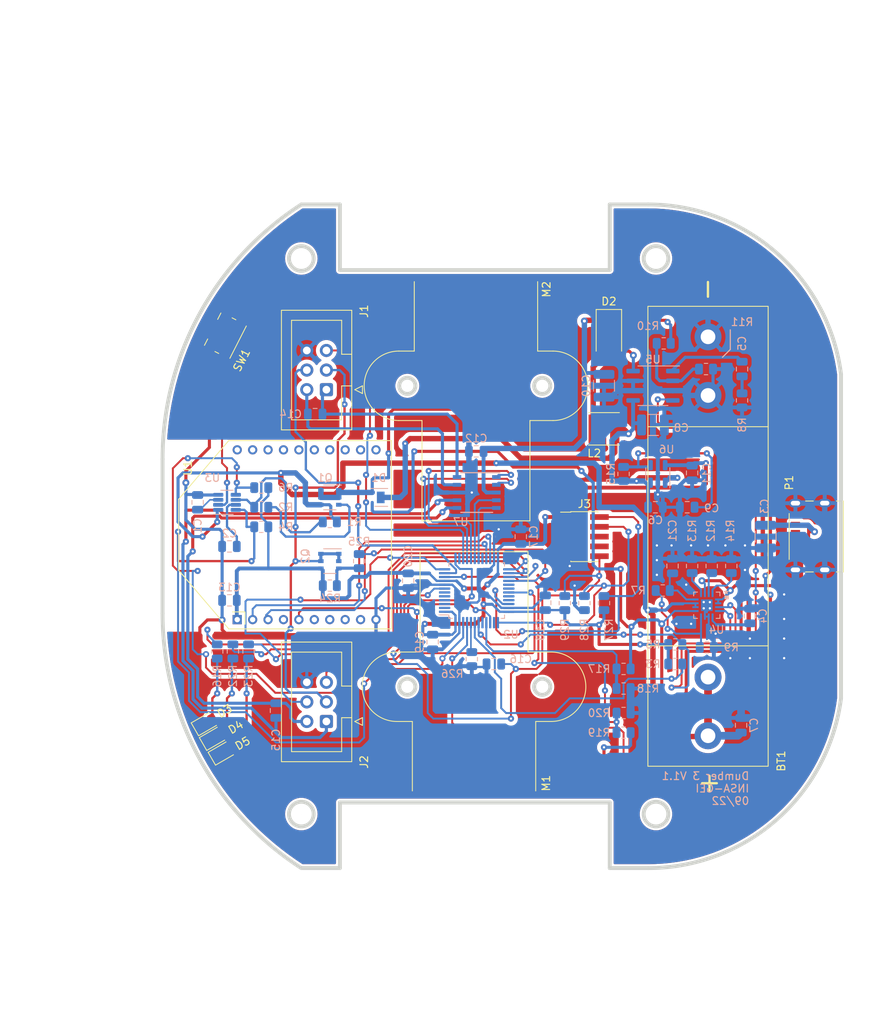
<source format=kicad_pcb>
(kicad_pcb (version 20211014) (generator pcbnew)
  (title_block (title "Dumber-3") (date "2022-06-14") (rev "1.1") (company "INSA-GEI"))
  (layers (0 "F.Cu" signal) (31 "B.Cu" signal) (34 "B.Paste" user) (35 "F.Paste" user) (36 "B.SilkS" user "B.Silkscreen") (37 "F.SilkS" user "F.Silkscreen") (38 "B.Mask" user) (39 "F.Mask" user) (44 "Edge.Cuts" user))
  (net 0 "")
  (net 1 "+BATT")
  (net 2 "GND")
  (net 3 "Net-(C1-Pad1)")
  (net 4 "Net-(C2-Pad1)")
  (net 5 "VBUS")
  (net 6 "Net-(C4-Pad1)")
  (net 7 "Net-(C5-Pad1)")
  (net 8 "Net-(C5-Pad2)")
  (net 9 "+2V5")
  (net 10 "+5V")
  (net 11 "/Power_Charge/Sense_BATT")
  (net 12 "Net-(C9-Pad1)")
  (net 15 "Net-(Q1-Pad3)")
  (net 16 "Net-(D2-Pad2)")
  (net 17 "/Cpu/RESET")
  (net 18 "Net-(J1-Pad3)")
  (net 19 "Net-(C21-Pad1)")
  (net 20 "Net-(Q2-Pad3)")
  (net 21 "Net-(R7-Pad2)")
  (net 22 "Net-(R10-Pad1)")
  (net 23 "Net-(R12-Pad1)")
  (net 24 "Net-(R13-Pad1)")
  (net 25 "Net-(R14-Pad1)")
  (net 26 "/Cpu/OUTGAUCHE_A")
  (net 27 "/Cpu/OUTGAUCHE_B")
  (net 28 "/Cpu/OUTDROIT_A")
  (net 30 "/Cpu/OUTDROIT_B")
  (net 33 "Net-(SW1-Pad2)")
  (net 35 "Net-(D3-Pad2)")
  (net 39 "Net-(D4-Pad2)")
  (net 46 "Net-(D5-Pad2)")
  (net 47 "/Cpu/ENCGAUCHE_A")
  (net 48 "/Cpu/ENCGAUCHE_B")
  (net 49 "/Cpu/ENCDROIT_A")
  (net 50 "/Cpu/ENCDROIT_B")
  (net 51 "/Cpu/LED_ROUGE")
  (net 52 "/Cpu/LED_ORANGE")
  (net 53 "/Cpu/LED_VERTE")
  (net 54 "/Cpu/USART_RX")
  (net 61 "/Cpu/USART_TX")
  (net 62 "/Cpu/XBEE_RESET")
  (net 68 "Net-(R1-Pad1)")
  (net 69 "/Cpu/CHARGER_ST1")
  (net 71 "/Cpu/SHUTDOWN")
  (net 72 "/Cpu/CHARGER_ST2")
  (net 73 "/Cpu/PWM_GAUCHE_A")
  (net 74 "/Cpu/PWM_GAUCHE_B")
  (net 75 "/Cpu/BUTTON_SENSE")
  (net 76 "/Cpu/USB_SENSE")
  (net 77 "/Cpu/BATTERY_SENSE")
  (net 78 "/Cpu/SHUTDOWN_ENC")
  (net 79 "Net-(R26-Pad2)")
  (net 84 "/Cpu/SWDIO")
  (net 85 "/Cpu/PWM_DROIT_A")
  (net 86 "/Cpu/PWM_DROIT_B")
  (net 87 "/Cpu/SWCLK")
  (net 88 "/Cpu/SHUTDOWN_5V")
  (net 90 "Net-(C6-Pad1)")
  (footprint "INSA:Motor Pololu HPCB with encoder" (layer "F.Cu") (at 150.15 150 90)
    (fp_text reference "M1")
    (fp_text value "Motor")
  )
  (footprint "Button_Switch_SMD:Panasonic_EVQPUJ_EVQPUA" (layer "F.Cu") (at 117.9 80 63)
    (fp_text reference "SW1")
    (fp_text value "SW_Push")
  )
  (footprint "Connector_IDC:IDC-Header_2x03_P2.54mm_Vertical" (layer "F.Cu") (at 131 87 180)
    (fp_text reference "J1")
    (fp_text value "Conn_02x03_Odd_Even")
  )
  (footprint "Diode_SMD:D_SMA" (layer "F.Cu") (at 167.64 80.01 -90)
    (fp_text reference "D2")
    (fp_text value "FM5818-W")
  )
  (footprint "Diode_SMD:D_0805_2012Metric" (layer "F.Cu") (at 117.6 133.985 30)
    (fp_text reference "D5")
    (fp_text value "LED")
  )
  (footprint "INSA:Motor Pololu HPCB with encoder" (layer "F.Cu") (at 150.4 62 -90)
    (fp_text reference "M2")
    (fp_text value "Motor")
  )
  (footprint "INSA:Battery-14500" (layer "F.Cu") (at 180.5 106 90)
    (fp_text reference "BT1")
    (fp_text value "Li-ION")
  )
  (footprint "Connector_IDC:IDC-Header_2x03_P2.54mm_Vertical" (layer "F.Cu") (at 131 130 180)
    (fp_text reference "J2")
    (fp_text value "Conn_02x03_Odd_Even")
  )
  (footprint "INSA:USB_C_Receptacle_GCT_USB4125" (layer "F.Cu") (at 191.155 110.5 90)
    (fp_text reference "P1")
    (fp_text value "USB_C_Plug_GCT_USB4125")
  )
  (footprint "Connector_PinHeader_1.27mm:PinHeader_2x05_P1.27mm_Vertical_SMD" (layer "F.Cu") (at 164.465 106.045)
    (fp_text reference "J3")
    (fp_text value "Conn_02x05_Odd_Even")
  )
  (footprint "Inductor_SMD:L_Taiyo-Yuden_MD-4040" (layer "F.Cu") (at 167.005 92.075 180)
    (fp_text reference "L2")
    (fp_text value "22µH")
  )
  (footprint "INSA:XBEE-3-TH" (layer "F.Cu") (at 139.435 118 90)
    (fp_text reference "U1")
    (fp_text value "XBEE-3")
  )
  (footprint "Diode_SMD:D_0805_2012Metric" (layer "F.Cu") (at 116.459 132.08 30)
    (fp_text reference "D4")
    (fp_text value "LED")
  )
  (footprint "Diode_SMD:D_0805_2012Metric" (layer "F.Cu") (at 115.4 130.175 30)
    (fp_text reference "D3")
    (fp_text value "LED")
  )
  (footprint "Capacitor_SMD:C_0805_2012Metric" (layer "B.Cu") (at 156.21 106.045 90)
    (fp_text reference "C17")
    (fp_text value "100nF")
  )
  (footprint "Resistor_SMD:R_0805_2012Metric" (layer "B.Cu") (at 174.752 81)
    (fp_text reference "R10")
    (fp_text value "3.72K")
  )
  (footprint "Package_QFP:LQFP-48_7x7mm_P0.5mm" (layer "B.Cu") (at 150.495 113.03)
    (fp_text reference "U2")
    (fp_text value "STM32F071CBTx")
  )
  (footprint "Capacitor_SMD:C_0805_2012Metric" (layer "B.Cu") (at 185.928 116.332 90)
    (fp_text reference "C4")
    (fp_text value "10nF")
  )
  (footprint "Resistor_SMD:R_0805_2012Metric" (layer "B.Cu") (at 174.625 113.03 180)
    (fp_text reference "R7")
    (fp_text value "1K")
  )
  (footprint "Capacitor_SMD:C_0805_2012Metric" (layer "B.Cu") (at 141.605 111.76 -90)
    (fp_text reference "C20")
    (fp_text value "100nF")
  )
  (footprint "Resistor_SMD:R_0805_2012Metric" (layer "B.Cu") (at 169.545 123.19 180)
    (fp_text reference "R17")
    (fp_text value "150K")
  )
  (footprint "Capacitor_SMD:C_0805_2012Metric" (layer "B.Cu") (at 173.675 102.235)
    (fp_text reference "C6")
    (fp_text value "1µF")
  )
  (footprint "Resistor_SMD:R_0805_2012Metric" (layer "B.Cu") (at 176.2525 122.555)
    (fp_text reference "R3")
    (fp_text value "1K")
  )
  (footprint "Capacitor_SMD:C_0805_2012Metric" (layer "B.Cu") (at 144.78 119.7 -90)
    (fp_text reference "C19")
    (fp_text value "100nF")
  )
  (footprint "Package_TO_SOT_SMD:SOT-23-8" (layer "B.Cu") (at 118.11 101.6)
    (fp_text reference "U3")
    (fp_text value "LTC2954-2")
  )
  (footprint "Package_SO:TSOP-6_1.65x3.05mm_P0.95mm" (layer "B.Cu") (at 131.445 109.22 180)
    (fp_text reference "Q2")
    (fp_text value "PMN52XP")
  )
  (footprint "Capacitor_SMD:C_0805_2012Metric" (layer "B.Cu") (at 175.895 109.855 90)
    (fp_text reference "C21")
    (fp_text value "1nF")
  )
  (footprint "Resistor_SMD:R_0805_2012Metric" (layer "B.Cu") (at 131.445 112.395)
    (fp_text reference "R24")
    (fp_text value "100K")
  )
  (footprint "Resistor_SMD:R_0805_2012Metric" (layer "B.Cu") (at 131.445 104.14)
    (fp_text reference "R1")
    (fp_text value "100K")
  )
  (footprint "Capacitor_SMD:C_0805_2012Metric" (layer "B.Cu") (at 184.785 130.49 90)
    (fp_text reference "C7")
    (fp_text value "1µF")
  )
  (footprint "Resistor_SMD:R_0805_2012Metric" (layer "B.Cu") (at 116.84 120.9275 -90)
    (fp_text reference "R16")
    (fp_text value "1K")
  )
  (footprint "Resistor_SMD:R_0805_2012Metric" (layer "B.Cu") (at 178.435 109.855 90)
    (fp_text reference "R13")
    (fp_text value "2.2K")
  )
  (footprint "Package_SO:SSOP-10_3.9x4.9mm_P1.00mm" (layer "B.Cu") (at 150.495 100.33 180)
    (fp_text reference "U7")
    (fp_text value "A3909")
  )
  (footprint "Capacitor_SMD:C_1210_3225Metric" (layer "B.Cu") (at 187.96 106.045 -90)
    (fp_text reference "C3")
    (fp_text value "100µF")
  )
  (footprint "Resistor_SMD:R_0805_2012Metric" (layer "B.Cu") (at 122.555 102.235 180)
    (fp_text reference "R2")
    (fp_text value "100K")
  )
  (footprint "Capacitor_SMD:C_1210_3225Metric" (layer "B.Cu") (at 173.355 91.5725)
    (fp_text reference "C8")
    (fp_text value "100µF")
  )
  (footprint "Resistor_SMD:R_0805_2012Metric" (layer "B.Cu") (at 176.2525 120.015)
    (fp_text reference "R5")
    (fp_text value "1K")
  )
  (footprint "Resistor_SMD:R_0805_2012Metric" (layer "B.Cu") (at 180.2365 84.328 180)
    (fp_text reference "R11")
    (fp_text value "1.28K")
  )
  (footprint "Capacitor_SMD:C_0805_2012Metric" (layer "B.Cu") (at 184.912 84.328 -90)
    (fp_text reference "C5")
    (fp_text value "100nF")
  )
  (footprint "Resistor_SMD:R_0805_2012Metric" (layer "B.Cu") (at 169.545 125.73)
    (fp_text reference "R18")
    (fp_text value "100K")
  )
  (footprint "Resistor_SMD:R_0805_2012Metric" (layer "B.Cu") (at 169.545 131.445 180)
    (fp_text reference "R19")
    (fp_text value "150K")
  )
  (footprint "Capacitor_SMD:C_0805_2012Metric" (layer "B.Cu") (at 118.425 114.3 180)
    (fp_text reference "C13")
    (fp_text value "1µF")
  )
  (footprint "INSA:L6924UTR" (layer "B.Cu") (at 180.34 114.935 180)
    (fp_text reference "U4")
    (fp_text value "L6924U" hide)
  )
  (footprint "Resistor_SMD:R_0805_2012Metric" (layer "B.Cu") (at 180.34 120.396)
    (fp_text reference "R9")
    (fp_text value "470R")
  )
  (footprint "Resistor_SMD:R_0805_2012Metric" (layer "B.Cu") (at 183.515 109.855 90)
    (fp_text reference "R14")
    (fp_text value "25.5K")
  )
  (footprint "Resistor_SMD:R_0805_2012Metric" (layer "B.Cu") (at 161.925 114.6575 90)
    (fp_text reference "R29")
    (fp_text value "100K")
  )
  (footprint "Capacitor_SMD:C_1210_3225Metric" (layer "B.Cu") (at 167.005 86.4925 -90)
    (fp_text reference "C10")
    (fp_text value "100µF")
  )
  (footprint "Resistor_SMD:R_0805_2012Metric" (layer "B.Cu") (at 149.86 121.92 90)
    (fp_text reference "R26")
    (fp_text value "10K")
  )
  (footprint "Resistor_SMD:R_0805_2012Metric" (layer "B.Cu") (at 164.465 114.6575 -90)
    (fp_text reference "R28")
    (fp_text value "100K")
  )
  (footprint "Resistor_SMD:R_0805_2012Metric" (layer "B.Cu") (at 184.912 88.392 90)
    (fp_text reference "R8")
    (fp_text value "5K")
  )
  (footprint "Resistor_SMD:R_0805_2012Metric" (layer "B.Cu") (at 122.555 99.695 180)
    (fp_text reference "R6")
    (fp_text value "10K")
  )
  (footprint "Resistor_SMD:R_0805_2012Metric" (layer "B.Cu") (at 135.255 109.22 90)
    (fp_text reference "R25")
    (fp_text value "10R")
  )
  (footprint "Resistor_SMD:R_0805_2012Metric" (layer "B.Cu") (at 167.005 114.6575 90)
    (fp_text reference "R27")
    (fp_text value "100K")
  )
  (footprint "Capacitor_SMD:C_0805_2012Metric" (layer "B.Cu") (at 129.54 90.17 180)
    (fp_text reference "C14")
    (fp_text value "470nF")
  )
  (footprint "Resistor_SMD:R_0805_2012Metric" (layer "B.Cu") (at 120.904 120.9275 -90)
    (fp_text reference "R23")
    (fp_text value "820")
  )
  (footprint "Resistor_SMD:R_0805_2012Metric" (layer "B.Cu") (at 180.975 109.855 90)
    (fp_text reference "R12")
    (fp_text value "25.5K")
  )
  (footprint "Capacitor_SMD:C_0805_2012Metric" (layer "B.Cu") (at 124.46 128.585 90)
    (fp_text reference "C15")
    (fp_text value "470nF")
  )
  (footprint "Capacitor_SMD:C_0805_2012Metric" (layer "B.Cu") (at 150.434 94.996 180)
    (fp_text reference "C12")
    (fp_text value "1µF")
  )
  (footprint "Capacitor_SMD:C_0805_2012Metric" (layer "B.Cu") (at 114.3 101.6 90)
    (fp_text reference "C1")
    (fp_text value "10nF")
  )
  (footprint "Package_SO:TSOP-6_1.65x3.05mm_P0.95mm" (layer "B.Cu") (at 131.445 100.965 180)
    (fp_text reference "Q1")
    (fp_text value "PMN52XP")
  )
  (footprint "Package_TO_SOT_SMD:SOT-23-5" (layer "B.Cu") (at 173.99 97.9225 90)
    (fp_text reference "U6")
    (fp_text value "TC1186")
  )
  (footprint "Capacitor_SMD:C_0805_2012Metric" (layer "B.Cu") (at 177.8 102.235 180)
    (fp_text reference "C9")
    (fp_text value "100pF")
  )
  (footprint "Capacitor_SMD:C_0805_2012Metric" (layer "B.Cu") (at 178.435 97.79 -90)
    (fp_text reference "C11")
    (fp_text value "1µF")
  )
  (footprint "Capacitor_SMD:C_0805_2012Metric" (layer "B.Cu") (at 159.385 114.615 90)
    (fp_text reference "C18")
    (fp_text value "100nF")
  )
  (footprint "Resistor_SMD:R_0805_2012Metric" (layer "B.Cu") (at 118.872 120.9275 -90)
    (fp_text reference "R22")
    (fp_text value "1K")
  )
  (footprint "INSA:Nexperia_SOT-1061" (layer "B.Cu") (at 136.795 99.965 -90)
    (fp_text reference "D1")
    (fp_text value "PMEG2020CPA")
  )
  (footprint "Package_SO:SO-8_3.9x4.9mm_P1.27mm" (layer "B.Cu") (at 173.355 86.4925 180)
    (fp_text reference "U5")
    (fp_text value "NCV5171")
  )
  (footprint "Capacitor_SMD:C_0805_2012Metric" (layer "B.Cu") (at 152.72 122.555 180)
    (fp_text reference "C16")
    (fp_text value "100nF")
  )
  (footprint "Resistor_SMD:R_0805_2012Metric" (layer "B.Cu") (at 122.555 104.775 180)
    (fp_text reference "R4")
    (fp_text value "100K")
  )
  (footprint "Capacitor_SMD:C_0805_2012Metric" (layer "B.Cu") (at 118.425 107.315 180)
    (fp_text reference "C2")
    (fp_text value "68nF")
  )
  (footprint "Resistor_SMD:R_0805_2012Metric" (layer "B.Cu") (at 169.545 97.9225 -90)
    (fp_text reference "R15")
    (fp_text value "1M")
  )
  (footprint "Resistor_SMD:R_0805_2012Metric" (layer "B.Cu") (at 169.545 128.905)
    (fp_text reference "R20")
    (fp_text value "100K")
  )
  (gr_line (start 183.388 81.788) (end 182.372 82.804) (layer "B.SilkS") (width 0.15))
  (gr_line (start 183.388 79.248) (end 183.388 81.788) (layer "B.SilkS") (width 0.15))
  (gr_circle locked (center 173.75 70) (end 173.75 69.99) (layer "Edge.Cuts") (width 0.0001) (fill solid))
  (gr_circle locked (center 141.5 86.5) (end 141.5 86.49) (layer "Edge.Cuts") (width 0.0001) (fill solid))
  (gr_circle locked (center 173.75 70) (end 173.75 68.4) (layer "Edge.Cuts") (width 0.5) (fill none))
  (gr_circle locked (center 141.5 86.5) (end 141.5 85.45) (layer "Edge.Cuts") (width 0.5) (fill none))
  (gr_line locked (start 167.75 63) (end 167.75 71.5) (layer "Edge.Cuts") (width 0.5))
  (gr_line locked (start 109.75 96) (end 109.75 116) (layer "Edge.Cuts") (width 0.5))
  (gr_circle locked (center 127.75 142) (end 127.75 140.4) (layer "Edge.Cuts") (width 0.5) (fill none))
  (gr_arc locked (start 109.75 96) (mid 114.542599 77.205054) (end 127.75 63) (layer "Edge.Cuts") (width 0.5))
  (gr_line locked (start 197.75 127) (end 197.75 85) (layer "Edge.Cuts") (width 0.5))
  (gr_circle locked (center 127.75 70) (end 127.75 68.4) (layer "Edge.Cuts") (width 0.5) (fill none))
  (gr_line locked (start 167.75 149) (end 172.75 149) (layer "Edge.Cuts") (width 0.5))
  (gr_line locked (start 172.75 63) (end 167.75 63) (layer "Edge.Cuts") (width 0.5))
  (gr_circle locked (center 159 125.5) (end 159 125.49) (layer "Edge.Cuts") (width 0.0001) (fill solid))
  (gr_circle locked (center 159 86.5) (end 159 86.49) (layer "Edge.Cuts") (width 0.0001) (fill solid))
  (gr_circle locked (center 149 116) (end 149 115.99) (layer "Edge.Cuts") (width 0.0001) (fill solid))
  (gr_line locked (start 132.75 149) (end 132.75 140.5) (layer "Edge.Cuts") (width 0.5))
  (gr_line locked (start 167.75 140.5) (end 167.75 149) (layer "Edge.Cuts") (width 0.5))
  (gr_line locked (start 127.75 149) (end 132.75 149) (layer "Edge.Cuts") (width 0.5))
  (gr_line locked (start 167.75 71.5) (end 132.75 71.5) (layer "Edge.Cuts") (width 0.5))
  (gr_circle locked (center 127.75 70) (end 127.75 69.99) (layer "Edge.Cuts") (width 0.0001) (fill solid))
  (gr_arc locked (start 127.75 149) (mid 114.542599 134.794946) (end 109.75 116) (layer "Edge.Cuts") (width 0.5))
  (gr_circle locked (center 173.75 142) (end 173.75 140.4) (layer "Edge.Cuts") (width 0.5) (fill none))
  (gr_circle locked (center 149 96) (end 149 95.99) (layer "Edge.Cuts") (width 0.0001) (fill solid))
  (gr_line locked (start 132.75 63) (end 127.75 63) (layer "Edge.Cuts") (width 0.5))
  (gr_line locked (start 132.75 71.5) (end 132.75 63) (layer "Edge.Cuts") (width 0.5))
  (gr_arc locked (start 172.75 63) (mid 189.400824 69.283153) (end 197.75 85) (layer "Edge.Cuts") (width 0.5))
  (gr_circle locked (center 159 86.5) (end 159 85.45) (layer "Edge.Cuts") (width 0.5) (fill none))
  (gr_circle locked (center 173.75 142) (end 173.75 141.99) (layer "Edge.Cuts") (width 0.0001) (fill solid))
  (gr_circle locked (center 141.5 125.5) (end 141.5 125.49) (layer "Edge.Cuts") (width 0.0001) (fill solid))
  (gr_line locked (start 132.75 140.5) (end 167.75 140.5) (layer "Edge.Cuts") (width 0.5))
  (gr_circle locked (center 159 125.5) (end 159 124.45) (layer "Edge.Cuts") (width 0.5) (fill none))
  (gr_circle locked (center 141.5 125.5) (end 141.5 124.45) (layer "Edge.Cuts") (width 0.5) (fill none))
  (gr_arc locked (start 197.75 127) (mid 189.400826 142.716848) (end 172.75 149) (layer "Edge.Cuts") (width 0.5))
  (gr_circle locked (center 127.75 142) (end 127.75 141.99) (layer "Edge.Cuts") (width 0.0001) (fill solid))
  (gr_text "Dumber 3 V1.1\nINSA-GEI\n09/22\n" (at 185.928 138.684) (layer "B.SilkS") (effects (font (size 1 1)) (justify left mirror)))
  (segment (start 173.355 116.205) (end 173.355 131.445) (width 0.7) (layer "F.Cu") (net 1))
  (segment (start 133.135489 99.558749) (end 132.110238 100.584) (width 0.7) (layer "F.Cu") (net 1))
  (segment (start 180.5 126.652) (end 180.5 131.85) (width 1) (layer "F.Cu") (net 1))
  (segment (start 180.5 124.25) (end 180.5 126.652) (width 1) (layer "F.Cu") (net 1))
  (segment (start 173.355 131.445) (end 173.863 131.953) (width 0.7) (layer "F.Cu") (net 1))
  (segment (start 126.557188 100.595) (end 125.095 99.132812) (width 0.7) (layer "F.Cu") (net 1))
  (segment (start 132.110238 100.584) (end 127.383793 100.584) (width 0.7) (layer "F.Cu") (net 1))
  (segment (start 127.372793 100.595) (end 126.557188 100.595) (width 0.7) (layer "F.Cu") (net 1))
  (segment (start 153.035 96.52) (end 133.135489 96.52) (width 0.7) (layer "F.Cu") (net 1))
  (segment (start 180.5 131.953) (end 180.5 126.652) (width 0.7) (layer "F.Cu") (net 1))
  (segment (start 173.863 131.953) (end 180.5 131.953) (width 0.7) (layer "F.Cu") (net 1))
  (segment (start 114.935 106.045) (end 116.84 104.14) (width 0.4) (layer "F.Cu") (net 1))
  (segment (start 172.72 115.57) (end 173.355 116.205) (width 0.7) (layer "F.Cu") (net 1))
  (segment (start 125.095 99.132812) (end 125.095 97.79) (width 0.7) (layer "F.Cu") (net 1))
  (segment (start 133.135489 96.52) (end 133.135489 99.558749) (width 0.7) (layer "F.Cu") (net 1))
  (segment (start 127.383793 100.584) (end 127.372793 100.595) (width 0.7) (layer "F.Cu") (net 1))
  (via (at 114.935 106.045) (size 0.8) (drill 0.3) (layers "F.Cu" "B.Cu") (net 1))
  (via (at 172.72 115.57) (size 0.9) (drill 0.4) (layers "F.Cu" "B.Cu") (net 1))
  (via (at 153.035 96.52) (size 0.8) (drill 0.3) (layers "F.Cu" "B.Cu") (net 1))
  (via (at 125.095 97.79) (size 0.8) (drill 0.3) (layers "F.Cu" "B.Cu") (net 1))
  (via (at 116.84 104.14) (size 0.8) (drill 0.3) (layers "F.Cu" "B.Cu") (net 1))
  (segment (start 131.379 101.915) (end 131.572 102.108) (width 0.4) (layer "B.Cu") (net 1))
  (segment (start 166.37 97.155) (end 165.735 96.52) (width 0.7) (layer "B.Cu") (net 1))
  (segment (start 130.285 101.915) (end 128.585 101.915) (width 0.7) (layer "B.Cu") (net 1))
  (segment (start 184.725 131.5) (end 184.785 131.44) (width 0.4) (layer "B.Cu") (net 1))
  (segment (start 172.399511 115.249511) (end 172.399511 103.819511) (width 0.7) (layer "B.Cu") (net 1))
  (segment (start 112.395 97.79) (end 111.76 98.425) (width 0.4) (layer "B.Cu") (net 1))
  (segment (start 113.665 106.045) (end 114.935 106.045) (width 0.4) (layer "B.Cu") (net 1))
  (segment (start 128.27 99.06) (end 127 97.79) (width 0.7) (layer "B.Cu") (net 1))
  (segment (start 180.5 131.85) (end 184.375 131.85) (width 1) (layer "B.Cu") (net 1))
  (segment (start 130.285 101.915) (end 131.379 101.915) (width 0.4) (layer "B.Cu") (net 1))
  (segment (start 131.572 103.3545) (end 131.968591 103.751091) (width 0.4) (layer "B.Cu") (net 1))
  (segment (start 178.8668 114.685) (end 178.8668 115.185) (width 0.25) (layer "B.Cu") (net 1))
  (segment (start 131.572 102.108) (end 131.572 103.3545) (width 0.4) (layer "B.Cu") (net 1))
  (segment (start 173.99 115.57) (end 175.006 115.57) (width 0.4) (layer "B.Cu") (net 1))
  (segment (start 116.84 104.14) (end 116.84 102.7075) (width 0.4) (layer "B.Cu") (net 1))
  (segment (start 125.095 97.79) (end 127 97.79) (width 0.7) (layer "B.Cu") (net 1))
  (segment (start 128.585 101.915) (end 128.27 101.6) (width 0.7) (layer "B.Cu") (net 1))
  (segment (start 116.84 102.7075) (end 116.9725 102.575) (width 0.4) (layer "B.Cu") (net 1))
  (segment (start 111.76 104.14) (end 113.665 106.045) (width 0.4) (layer "B.Cu") (net 1))
  (segment (start 184.375 131.85) (end 184.785 131.44) (width 1) (layer "B.Cu") (net 1))
  (segment (start 128.27 101.6) (end 128.27 99.06) (width 0.7) (layer "B.Cu") (net 1))
  (segment (start 111.76 98.425) (end 111.76 104.14) (width 0.4) (layer "B.Cu") (net 1))
  (segment (start 172.72 115.57) (end 172.399511 115.249511) (width 0.7) (layer "B.Cu") (net 1))
  (segment (start 165.735 96.52) (end 153.035 96.52) (width 0.7) (layer "B.Cu") (net 1))
  (segment (start 173.99 115.57) (end 173.7125 115.57) (width 0.25) (layer "B.Cu") (net 1))
  (segment (start 172.72 115.57) (end 173.7125 115.57) (width 0.7) (layer "B.Cu") (net 1))
  (segment (start 177.308216 114.685) (end 177.238608 114.754608) (width 0.25) (layer "B.Cu") (net 1))
  (segment (start 172.399511 103.819511) (end 170.815 102.235) (width 0.7) (layer "B.Cu") (net 1))
  (segment (start 178.8668 114.685) (end 177.308216 114.685) (width 0.25) (layer "B.Cu") (net 1))
  (segment (start 112.395 97.79) (end 125.095 97.79) (width 0.4) (layer "B.Cu") (net 1))
  (segment (start 170.815 102.235) (end 166.37 102.235) (width 0.7) (layer "B.Cu") (net 1))
  (segment (start 166.37 102.235) (end 166.37 97.155) (width 0.7) (layer "B.Cu") (net 1))
  (segment (start 175.006 115.57) (end 175.821392 114.754608) (width 0.4) (layer "B.Cu") (net 1))
  (segment (start 175.821392 114.754608) (end 177.238608 114.754608) (width 0.4) (layer "B.Cu") (net 1))
  (segment (start 118.11 118.745) (end 117.475 118.11) (width 0.4) (layer "F.Cu") (net 2))
  (segment (start 118.745 75.565) (end 118.33437 75.97563) (width 0.4) (layer "F.Cu") (net 2))
  (segment (start 116.84 80.264) (end 116.84 79.756) (width 0.3) (layer "F.Cu") (net 2))
  (segment (start 165.1 100.584) (end 173.99 100.584) (width 0.4) (layer "F.Cu") (net 2))
  (segment (start 190.06 108.78) (end 189.865 108.585) (width 0.4) (layer "F.Cu") (net 2))
  (segment (start 163.195 112.395) (end 162.515 111.715) (width 0.4) (layer "F.Cu") (net 2))
  (segment (start 189.865 108.585) (end 189.865 103.505) (width 0.4) (layer "F.Cu") (net 2))
  (segment (start 191.835 103.28) (end 191.835 101.71) (width 0.7) (layer "F.Cu") (net 2))
  (segment (start 117.348 78.643975) (end 117.937128 78.054847) (width 0.3) (layer "F.Cu") (net 2))
  (segment (start 191.835 108.78) (end 190.06 108.78) (width 0.4) (layer "F.Cu") (net 2))
  (segment (start 137.435 116.8) (end 137.435 118.47) (width 0.4) (layer "F.Cu") (net 2))
  (segment (start 137.16 118.745) (end 118.11 118.745) (width 0.4) (layer "F.Cu") (net 2))
  (segment (start 128.46 81.92) (end 128.46 76.39) (width 0.4) (layer "F.Cu") (net 2))
  (segment (start 164.465 105.41) (end 164.465 107.734022) (width 0.4) (layer "F.Cu") (net 2))
  (segment (start 153.35 105.095) (end 150.18 105.095) (width 0.7) (layer "F.Cu") (net 2))
  (segment (start 115.824 94.488) (end 115.824 82.079919) (width 0.4) (layer "F.Cu") (net 2))
  (segment (start 162.515 104.775) (end 163.83 104.775) (width 0.4) (layer "F.Cu") (net 2))
  (segment (start 114.588101 130.64375) (end 114.588101 117.821899) (width 0.4) (layer "F.Cu") (net 2))
  (segment (start 115.950919 81.953) (end 115.950919 81.570611) (width 0.4) (layer "F.Cu") (net 2))
  (segment (start 117.348 79.248) (end 117.348 78.643975) (width 0.3) (layer "F.Cu") (net 2))
  (segment (start 163.614022 108.585) (end 162.515 108.585) (width 0.4) (layer "F.Cu") (net 2))
  (segment (start 114.588101 117.821899) (end 115.57 116.84) (width 0.4) (layer "F.Cu") (net 2))
  (segment (start 189.865 103.505) (end 190.09 103.28) (width 0.4) (layer "F.Cu") (net 2))
  (segment (start 115.824 82.079919) (end 115.950919 81.953) (width 0.4) (layer "F.Cu") (net 2))
  (segment (start 190.09 103.28) (end 191.835 103.28) (width 0.4) (layer "F.Cu") (net 2))
  (segment (start 191.835 110.35) (end 191.835 108.78) (width 0.7) (layer "F.Cu") (net 2))
  (segment (start 116.348161 80.755839) (end 116.84 80.264) (width 0.3) (layer "F.Cu") (net 2))
  (segment (start 115.647101 133.31275) (end 116.788101 134.45375) (width 0.4) (layer "F.Cu") (net 2))
  (segment (start 117.475 118.11) (end 117.475 116.84) (width 0.4) (layer "F.Cu") (net 2))
  (segment (start 180.5 80.15) (end 180.5 87.75) (width 1) (layer "F.Cu") (net 2))
  (segment (start 112.776 97.536) (end 115.824 94.488) (width 0.4) (layer "F.Cu") (net 2))
  (segment (start 149.86 104.775) (end 149.86 100.33) (width 0.7) (layer "F.Cu") (net 2))
  (segment (start 128.46 76.39) (end 127.635 75.565) (width 0.4) (layer "F.Cu") (net 2))
  (segment (start 115.647101 132.54875) (end 115.647101 133.31275) (width 0.4) (layer "F.Cu") (net 2))
  (segment (start 164.465 105.41) (end 164.465 101.219) (width 0.4) (layer "F.Cu") (net 2))
  (segment (start 114.588101 131.48975) (end 115.647101 132.54875) (width 0.4) (layer "F.Cu") (net 2))
  (segment (start 150.18 105.095) (end 149.86 104.775) (width 0.7) (layer "F.Cu") (net 2))
  (segment (start 163.83 104.775) (end 164.465 105.41) (width 0.4) (layer "F.Cu") (net 2))
  (segment (start 164.465 101.219) (end 165.1 100.584) (width 0.4) (layer "F.Cu") (net 2))
  (segment (start 118.33437 75.97563) (end 118.33437 77.657605) (width 0.4) (layer "F.Cu") (net 2))
  (segment (start 162.515 104.775) (end 162.515 106.045) (width 0.4) (layer "F.Cu") (net 2))
  (segment (start 127.635 75.565) (end 118.745 75.565) (width 0.4) (layer "F.Cu") (net 2))
  (segment (start 115.57 116.84) (end 117.475 116.84) (width 0.4) (layer "F.Cu") (net 2))
  (segment (start 112.776 99.06) (end 112.776 97.536) (width 0.4) (layer "F.Cu") (net 2))
  (segment (start 115.950919 81.570611) (end 116.348161 81.173369) (width 0.4) (layer "F.Cu") (net 2))
  (segment (start 116.348161 81.173369) (end 116.348161 80.755839) (width 0.3) (layer "F.Cu") (net 2))
  (segment (start 164.465 107.734022) (end 163.614022 108.585) (width 0.4) (layer "F.Cu") (net 2))
  (segment (start 114.588101 130.64375) (end 114.588101 131.48975) (width 0.4) (layer "F.Cu") (net 2))
  (segment (start 137.435 118.47) (end 137.16 118.745) (width 0.4) (layer "F.Cu") (net 2))
  (segment (start 116.84 79.756) (end 117.348 79.248) (width 0.3) (layer "F.Cu") (net 2))
  (segment (start 162.515 111.715) (end 162.515 108.585) (width 0.4) (layer "F.Cu") (net 2))
  (segment (start 118.33437 77.657605) (end 117.937128 78.054847) (width 0.4) (layer "F.Cu") (net 2))
  (via (at 117.475 116.84) (size 0.9) (drill 0.4) (layers "F.Cu" "B.Cu") (net 2))
  (via (at 173.863 110.998) (size 0.8) (drill 0.3) (layers "F.Cu" "B.Cu") (net 2))
  (via (at 173.863 109.093) (size 0.8) (drill 0.3) (layers "F.Cu" "B.Cu") (net 2))
  (via (at 162.56 109.855) (size 0.8) (drill 0.3) (layers "F.Cu" "B.Cu") (net 2))
  (via (at 149.86 100.33) (size 0.8) (drill 0.3) (layers "F.Cu" "B.Cu") (net 2))
  (via (at 190.373 113.538) (size 0.8) (drill 0.3) (layers "F.Cu" "B.Cu") (net 2))
  (via (at 183.388 121.793) (size 0.8) (drill 0.3) (layers "F.Cu" "B.Cu") (net 2))
  (via (at 190.373 119.253) (size 0.8) (drill 0.3) (layers "F.Cu" "B.Cu") (net 2))
  (via (at 177.673 112.268) (size 0.8) (drill 0.3) (layers "F.Cu" "B.Cu") (net 2))
  (via (at 181.483 118.618) (size 0.8) (drill 0.3) (layers "F.Cu" "B.Cu") (net 2))
  (via (at 173.99 100.584) (size 0.8) (drill 0.3) (layers "F.Cu" "B.Cu") (net 2))
  (via (at 185.293 107.188) (size 0.8) (drill 0.3) (layers "F.Cu" "B.Cu") (net 2))
  (via (at 153.35 105.095) (size 0.8) (drill 0.3) (layers "F.Cu" "B.Cu") (net 2))
  (via (at 175.768 107.188) (size 0.8) (drill 0.3) (layers "F.Cu" "B.Cu") (net 2))
  (via (at 176.403 117.348) (size 0.8) (drill 0.3) (layers "F.Cu" "B.Cu") (net 2))
  (via (at 163.195 112.395) (size 0.8) (drill 0.3) (layers "F.Cu" "B.Cu") (net 2))
  (via (at 182.753 107.188) (size 0.8) (drill 0.3) (layers "F.Cu" "B.Cu") (net 2))
  (via (at 173.863 107.188) (size 0.8) (drill 0.3) (layers "F.Cu" "B.Cu") (net 2))
  (via (at 178.308 117.348) (size 0.8) (drill 0.3) (layers "F.Cu" "B.Cu") (net 2))
  (via (at 190.373 121.793) (size 0.8) (drill 0.3) (layers "F.Cu" "B.Cu") (net 2))
  (via (at 185.928 119.253) (size 0.8) (drill 0.3) (layers "F.Cu" "B.Cu") (net 2))
  (via (at 185.293 110.363) (size 0.8) (drill 0.3) (layers "F.Cu" "B.Cu") (net 2))
  (via (at 185.928 121.793) (size 0.8) (drill 0.3) (layers "F.Cu" "B.Cu") (net 2))
  (via (at 112.776 99.06) (size 0.9) (drill 0.4) (layers "F.Cu" "B.Cu") (net 2))
  (via (at 178.308 107.188) (size 0.8) (drill 0.3) (layers "F.Cu" "B.Cu") (net 2))
  (via (at 190.373 116.713) (size 0.8) (drill 0.3) (layers "F.Cu" "B.Cu") (net 2))
  (via (at 180.5 107.188) (size 0.8) (drill 0.3) (layers "F.Cu" "B.Cu") (net 2))
  (segment (start 152.745 108.8675) (end 152.745 105.7) (width 0.3) (layer "B.Cu") (net 2))
  (segment (start 112.776 103.886) (end 113.98 105.09) (width 0.4) (layer "B.Cu") (net 2))
  (segment (start 191.135 129.54) (end 191.835 128.84) (width 1) (layer "B.Cu") (net 2))
  (segment (start 150.84 114.3) (end 150.84 113.756) (width 0.3) (layer "B.Cu") (net 2))
  (segment (start 173.99 100.965) (end 173.99 101.6) (width 0.5) (layer "B.Cu") (net 2))
  (segment (start 180.09 115.185) (end 180.34 114.935) (width 0.25) (layer "B.Cu") (net 2))
  (segment (start 181.2525 119.6575) (end 181.2525 120.396) (width 0.4) (layer "B.Cu") (net 2))
  (segment (start 184.912 89.3045) (end 182.0545 89.3045) (width 0.4) (layer "B.Cu") (net 2))
  (segment (start 112.776 100.584) (end 112.776 103.886) (width 0.4) (layer "B.Cu") (net 2))
  (segment (start 164.465 115.57) (end 163.83 115.57) (width 0.4) (layer "B.Cu") (net 2))
  (segment (start 170.4575 127.2305) (end 170.735 127.508) (width 0.7) (layer "B.Cu") (net 2))
  (segment (start 191.835 120.715) (end 191.835 115) (width 1) (layer "B.Cu") (net 2))
  (segment (start 191.835 110.35) (end 189.09 110.35) (width 0.7) (layer "B.Cu") (net 2))
  (segment (start 149.484 94.996) (end 149.484 91.816) (width 0.7) (layer "B.Cu") (net 2))
  (segment (start 112.776 100.584) (end 114.234 100.584) (width 0.4) (layer "B.Cu") (net 2))
  (segment (start 144.78 121.92) (end 144.78 120.65) (width 0.3) (layer "B.Cu") (net 2))
  (segment (start 188.595 109.855) (end 188.595 109.22) (width 0.7) (layer "B.Cu") (net 2))
  (segment (start 184.404 127.508) (end 184.785 127.889) (width 1) (layer "B.Cu") (net 2))
  (segment (start 137.435 118.47) (end 137.435 116.8) (width 0.4) (layer "B.Cu") (net 2))
  (segment (start 153.416 75.692) (end 179.832 75.692) (width 0.7) (layer "B.Cu") (net 2))
  (segment (start 114.234 100.584) (end 114.3 100.65) (width 0.4) (layer "B.Cu") (net 2))
  (segment (start 177.485 98.74) (end 178.435 98.74) (width 0.5) (layer "B.Cu") (net 2))
  (segment (start 180.59 118.995) (end 181.2525 119.6575) (width 0.4) (layer "B.Cu") (net 2))
  (segment (start 151.384 110.236) (end 152.214361 110.236) (width 0.3) (layer "B.Cu") (net 2))
  (segment (start 112.776 99.06) (end 112.776 99.949) (width 0.4) (layer "B.Cu") (net 2))
  (segment (start 152.745 105.7) (end 153.35 105.095) (width 0.3) (layer "B.Cu") (net 2))
  (segment (start 184.785 127.889) (end 184.785 129.54) (width 1) (layer "B.Cu") (net 2))
  (segment (start 149.484 100.071) (end 149.484 94.996) (width 0.7) (layer "B.Cu") (net 2))
  (segment (start 180.09 116.4082) (end 180.59 116.4082) (width 0.25) (layer "B.Cu") (net 2))
  (segment (start 128.46 119.19) (end 128.905 118.745) (width 0.4) (layer "B.Cu") (net 2))
  (segment (start 148.245 117.1925) (end 148.245 118.526428) (width 0.3) (layer "B.Cu") (net 2))
  (segment (start 148.245 114.59) (end 148.245 113.193) (width 0.3) (layer "B.Cu") (net 2))
  (segment (start 180.5 76.36) (end 180.5 80.15) (width 0.7) (layer "B.Cu") (net 2))
  (segment (start 170.4575 125.73) (end 170.4575 127.2305) (width 1) (layer "B.Cu") (net 2))
  (segment (start 176.85 102.235) (end 176.85 108.27) (width 0.7) (layer "B.Cu") (net 2))
  (segment (start 141.605 112.71) (end 138.75 112.71) (width 0.4) (layer "B.Cu") (net 2))
  (segment (start 113.98 105.09) (end 117.155 105.09) (width 0.4) (layer "B.Cu") (net 2))
  (segment (start 117.475 105.41) (end 117.475 107.315) (width 0.4) (layer "B.Cu") (net 2))
  (segment (start 177.673 87.503) (end 177.92 87.75) (width 0.4) (layer "B.Cu") (net 2))
  (segment (start 179.832 75.692) (end 180.5 76.36) (width 0.7) (layer "B.Cu") (net 2))
  (segment (start 177.39 90.58) (end 177.8 90.17) (width 0.7) (layer "B.Cu") (net 2))
  (segment (start 147.332 112.28) (end 146.3325 112.28) (width 0.3) (layer "B.Cu") (net 2))
  (segment (start 185.928 115.382) (end 185.994 115.316) (width 1) (layer "B.Cu") (net 2))
  (segment (start 167.005 87.9675) (end 167.9375 87.9675) (width 0.7) (layer "B.Cu") (net 2))
  (segment (start 185.994 115.316) (end 191.803 115.316) (width 1) (layer "B.Cu") (net 2))
  (segment (start 112.776 99.949) (end 112.776 100.584) (width 0.4) (layer "B.Cu") (net 2))
  (segment (start 181.149 87.101) (end 180.5 87.75) (width 0.4) (layer "B.Cu") (net 2))
  (segment (start 178.435 108.9425) (end 177.5225 108.9425) (width 0.7) (layer "B.Cu") (net 2))
  (segment (start 163.195 114.935) (end 163.195 112.395) (width 0.4) (layer "B.Cu") (net 2))
  (segment (start 178.435 108.9425) (end 175.9325 108.9425) (width 0.7) (layer "B.Cu") (net 2))
  (segment (start 157.77 115.28) (end 159.385 113.665) (width 0.3) (layer "B.Cu") (net 2))
  (segment (start 176.85 102.235) (end 176.85 99.375) (width 0.5) (layer "B.Cu") (net 2))
  (segment (start 177.5225 108.9425) (end 176.85 108.27) (width 0.7) (layer "B.Cu") (net 2))
  (segment (start 147.945 100.33) (end 149.225 100.33) (width 0.5) (layer "B.Cu") (net 2))
  (segment (start 175.9325 108.9425) (end 175.895 108.905) (width 0.7) (layer "B.Cu") (net 2))
  (segment (start 177.92 87.75) (end 180.5 87.75) (width 0.7) (layer "B.Cu") (net 2))
  (segment (start 188.595 109.22) (end 188.595 107.52) (width 0.7) (layer "B.Cu") (net 2))
  (segment (start 177.673 87.503) (end 177.2975 87.1275) (width 0.7) (layer "B.Cu") (net 2))
  (segment (start 142.035 112.28) (end 141.605 112.71) (width 0.3) (layer "B.Cu") (net 2))
  (segment (start 153.683922 115.28) (end 152.183433 113.779511) (width 0.3) (layer "B.Cu") (net 2))
  (segment (start 148.245 118.526428) (end 146.121428 120.65) (width 0.3) (layer "B.Cu") (net 2))
  (segment (start 181.2525 120.396) (end 191.516 120.396) (width 1) (layer "B.Cu") (net 2))
  (segment (start 137.435 114.025) (end 137.435 116.8) (width 0.4) (layer "B.Cu") (net 2))
  (segment (start 149.743 100.33) (end 149.484 100.071) (width 0.7) (layer "B.Cu") (net 2))
  (segment (start 148.245 117.1925) (end 148.245 114.59) (width 0.3) (layer "B.Cu") (net 2))
  (segment (start 117.155 105.09) (end 117.475 105.41) (width 0.4) (layer "B.Cu") (net 2))
  (segment (start 174.625 102.235) (end 176.85 102.235) (width 0.4) (layer "B.Cu") (net 2))
  (segment (start 191.835 128.84) (end 191.835 120.715) (width 1) (layer "B.Cu") (net 2))
  (segment (start 177.2975 87.1275) (end 175.93 87.1275) (width 0.7) (layer "B.Cu") (net 2))
  (segment (start 188.3175 108.9425) (end 188.595 109.22) (width 0.4) (layer "B.Cu") (net 2))
  (segment (start 145.796 122.936) (end 144.78 121.92) (width 0.3) (layer "B.Cu") (net 2))
  (segment (start 173.99 93.726) (end 174.752 92.964) (width 0.5) (layer "B.Cu") (net 2))
  (segment (start 114.3 100.65) (end 116.9475 100.65) (width 0.4) (layer "B.Cu") (net 2))
  (segment (start 128.46 124.92) (end 128.46 119.19) (width 0.4) (layer "B.Cu") (net 2))
  (segment (start 177.8 90.17) (end 177.8 87.63) (width 0.7) (layer "B.Cu") (net 2))
  (segment (start 173.99 101.6) (end 174.625 102.235) (width 0.5) (layer "B.Cu") (net 2))
  (segment (start 116.9475 100.65) (end 116.9725 100.625) (width 0.4) (layer "B.Cu") (net 2))
  (segment (start 189.09 110.35) (end 188.595 109.855) (width 0.7) (layer "B.Cu") (net 2))
  (segment (start 151.389 122.936) (end 145.796 122.936) (width 0.3) (layer "B.Cu") (net 2))
  (segment (start 159.385 113.665) (end 159.385 113.03) (width 0.3) (layer "B.Cu") (net 2))
  (segment (start 195.635 101.7) (end 191.845 101.7) (width 0.7) (layer "B.Cu") (net 2))
  (segment (start 191.835 115) (end 191.835 110.35) (width 1) (layer "B.Cu") (net 2))
  (segment (start 173.99 99.06) (end 173.99 100.965) (width 0.4) (layer "B.Cu") (net 2))
  (segment (start 195.635 110.35) (end 191.835 110.35) (width 0.7) (layer "B.Cu") (net 2))
  (segment (start 176.85 99.375) (end 177.485 98.74) (width 0.5) (layer "B.Cu") (net 2))
  (segment (start 148.245 113.193) (end 147.332 112.28) (width 0.3) (layer "B.Cu") (net 2))
  (segment (start 180.59 117.86) (end 180.59 118.995) (width 0.4) (layer "B.Cu") (net 2))
  (segment (start 178.435 108.9425) (end 188.3175 108.9425) (width 0.7) (layer "B.Cu") (net 2))
  (segment (start 182.0545 89.3045) (end 180.5 87.75) (width 0.4) (layer "B.Cu") (net 2))
  (segment (start 150.55 114.59) (end 150.84 114.3) (width 0.3) (layer "B.Cu") (net 2))
  (segment (start 170.4575 127.2305) (end 170.4575 128.905) (width 1) (layer "B.Cu") (net 2))
  (segment (start 152.183433 113.779511) (end 150.863511 113.779511) (width 0.3) (layer "B.Cu") (net 2))
  (segment (start 168.7775 87.1275) (end 170.78 87.1275) (width 0.7) (layer "B.Cu") (net 2))
  (segment (start 191.845 101.7) (end 191.835 101.71) (width 0.4) (layer "B.Cu") (net 2))
  (segment (start 175.93 87.1275) (end 170.78 87.1275) (width 0.7) (layer "B.Cu") (net 2))
  (segment (start 173.99 99.06) (end 173.99 93.726) (width 0.5) (layer "B.Cu") (net 2))
  (segment (start 154.6575 115.28) (end 157.77 115.28) (width 0.3) (layer "B.Cu") (net 2))
  (segment (start 159.385 113.03) (end 162.56 109.855) (width 0.3) (layer "B.Cu") (net 2))
  (segment (start 138.75 112.71) (end 137.435 114.025) (width 0.4) (layer "B.Cu") (net 2))
  (segment (start 167.9375 87.9675) (end 168.7775 87.1275) (width 0.7) (layer "B.Cu") (net 2))
  (segment (start 149.225 100.33) (end 149.484 100.071) (width 0.7) (layer "B.Cu") (net 2))
  (segment (start 180.59 116.4082) (end 180.59 117.86) (width 0.25) (layer "B.Cu") (net 2))
  (segment (start 154.6575 115.28) (end 153.683922 115.28) (width 0.3) (layer "B.Cu") (net 2))
  (segment (start 117.475 116.84) (end 117.475 114.3) (width 0.4) (layer "B.Cu") (net 2))
  (segment (start 195.635 110.35) (end 195.635 101.7) (width 0.7) (layer "B.Cu") (net 2))
  (segment (start 152.4 76.708) (end 153.416 75.692) (width 0.7) (layer "B.Cu") (net 2))
  (segment (start 150.84 113.756) (end 150.84 110.78) (width 0.3) (layer "B.Cu") (net 2))
  (segment (start 117.475 114.3) (end 117.475 107.315) (width 0.4) (layer "B.Cu") (net 2))
  (segment (start 151.77 122.555) (end 151.389 122.936) (width 0.3) (layer "B.Cu") (net 2))
  (segment (start 177.8 87.63) (end 177.673 87.503) (width 0.4) (layer "B.Cu") (net 2))
  (segment (start 180.09 116.4082) (end 180.09 115.185) (width 0.25) (layer "B.Cu") (net 2))
  (segment (start 191.516 120.396) (end 191.835 120.715) (width 0.7) (layer "B.Cu") (net 2))
  (segment (start 146.121428 120.65) (end 144.78 120.65) (width 0.3) (layer "B.Cu") (net 2))
  (segment (start 163.83 115.57) (end 163.195 114.935) (width 0.4) (layer "B.Cu") (net 2))
  (segment (start 174.752 91.6505) (end 174.83 91.5725) (width 0.5) (layer "B.Cu") (net 2))
  (segment (start 152.214361 110.236) (end 152.745 109.705361) (width 0.3) (layer "B.Cu") (net 2))
  (segment (start 150.84 110.78) (end 151.384 110.236) (width 0.3) (layer "B.Cu") (net 2))
  (segment (start 170.78 85.8575) (end 170.78 87.1275) (width 0.4) (layer "B.Cu") (net 2))
  (segment (start 137.16 118.745) (end 137.435 118.47) (width 0.4) (layer "B.Cu") (net 2))
  (segment (start 184.785 129.54) (end 191.135 129.54) (width 1) (layer "B.Cu") (net 2))
  (segment (start 150.863511 113.779511) (end 150.84 113.756) (width 0.3) (layer "B.Cu") (net 2))
  (segment (start 146.3325 112.28) (end 142.035 112.28) (width 0.3) (layer "B.Cu") (net 2))
  (segment (start 148.245 114.59) (end 150.55 114.59) (width 0.3) (layer "B.Cu") (net 2))
  (segment (start 170.735 127.508) (end 184.404 127.508) (width 1) (layer "B.Cu") (net 2))
  (segment (start 128.905 118.745) (end 137.16 118.745) (width 0.4) (layer "B.Cu") (net 2))
  (segment (start 153.35 105.095) (end 156.21 105.095) (width 0.3) (layer "B.Cu") (net 2))
  (segment (start 181.149 84.328) (end 181.149 87.101) (width 0.4) (layer "B.Cu") (net 2))
  (segment (start 152.4 88.9) (end 152.4 76.708) (width 0.7) (layer "B.Cu") (net 2))
  (segment (start 175.2975 90.58) (end 177.39 90.58) (width 0.7) (layer "B.Cu") (net 2))
  (segment (start 152.745 109.705361) (end 152.745 108.8675) (width 0.3) (layer "B.Cu") (net 2))
  (segment (start 174.752 92.964) (end 174.752 91.6505) (width 0.5) (layer "B.Cu") (net 2))
  (segment (start 149.86 100.33) (end 149.743 100.33) (width 0.3) (layer "B.Cu") (net 2))
  (segment (start 149.484 91.816) (end 152.4 88.9) (width 0.7) (layer "B.Cu") (net 2))
  (segment (start 115.895 101.275) (end 116.9725 101.275) (width 0.2) (layer "B.Cu") (net 3))
  (segment (start 114.62 102.55) (end 115.895 101.275) (width 0.2) (layer "B.Cu") (net 3))
  (segment (start 114.3 102.55) (end 114.62 102.55) (width 0.2) (layer "B.Cu") (net 3))
  (segment (start 119.38 107.31) (end 119.375 107.315) (width 0.3) (layer "B.Cu") (net 4))
  (segment (start 118.11 104.775) (end 119.38 106.045) (width 0.3) (layer "B.Cu") (net 4))
  (segment (start 119.38 106.045) (end 119.38 107.31) (width 0.3) (layer "B.Cu") (net 4))
  (segment (start 118.11 102.236396) (end 118.11 104.775) (width 0.3) (layer "B.Cu") (net 4))
  (segment (start 119.2475 101.925) (end 118.421396 101.925) (width 0.3) (layer "B.Cu") (net 4))
  (segment (start 118.421396 101.925) (end 118.11 102.236396) (width 0.3) (layer "B.Cu") (net 4))
  (segment (start 182.118 111.76) (end 179.705 111.76) (width 0.4) (layer "F.Cu") (net 5))
  (segment (start 169.164 116.84) (end 170.053 117.729) (width 0.4) (layer "F.Cu") (net 5))
  (segment (start 193.548 107.442) (end 193.548 105.537) (width 0.4) (layer "F.Cu") (net 5))
  (segment (start 193.548 111.887) (end 193.04 112.395) (width 0.4) (layer "F.Cu") (net 5))
  (segment (start 174.498 117.348) (end 174.498 126.238) (width 0.4) (layer "F.Cu") (net 5))
  (segment (start 184.277 120.904) (end 184.785 120.396) (width 0.4) (layer "F.Cu") (net 5))
  (segment (start 170.053 117.729) (end 170.561 117.729) (width 0.4) (layer "F.Cu") (net 5))
  (segment (start 169.164 110.236) (end 169.164 116.84) (width 0.4) (layer "F.Cu") (net 5))
  (segment (start 191.835 107.55) (end 193.44 107.55) (width 0.4) (layer "F.Cu") (net 5))
  (segment (start 142.4045 94.996) (end 153.20315 94.996) (width 0.4) (layer "F.Cu") (net 5))
  (segment (start 193.44 107.55) (end 193.548 107.658) (width 0.4) (layer "F.Cu") (net 5))
  (segment (start 193.548 105.41) (end 193.548 104.648) (width 0.4) (layer "F.Cu") (net 5))
  (segment (start 153.20315 94.996) (end 155.23515 97.028) (width 0.4) (layer "F.Cu") (net 5))
  (segment (start 175.133 126.873) (end 177.038 126.873) (width 0.4) (layer "F.Cu") (net 5))
  (segment (start 177.673 120.904) (end 184.277 120.904) (width 0.4) (layer "F.Cu") (net 5))
  (segment (start 174.498 126.238) (end 175.133 126.873) (width 0.4) (layer "F.Cu") (net 5))
  (segment (start 193.548 104.648) (end 193.41 104.51) (width 0.4) (layer "F.Cu") (net 5))
  (segment (start 193.548 105.537) (end 193.675 105.41) (width 0.4) (layer "F.Cu") (net 5))
  (segment (start 183.388 113.03) (end 184.023 112.395) (width 0.4) (layer "F.Cu") (net 5))
  (segment (start 193.41 104.51) (end 191.835 104.51) (width 0.4) (layer "F.Cu") (net 5))
  (segment (start 184.785 120.396) (end 184.785 112.395) (width 0.4) (layer "F.Cu") (net 5))
  (segment (start 183.388 113.03) (end 182.118 111.76) (width 0.4) (layer "F.Cu") (net 5))
  (segment (start 193.04 112.395) (end 184.785 112.395) (width 0.4) (layer "F.Cu") (net 5))
  (segment (start 184.023 112.395) (end 184.785 112.395) (width 0.4) (layer "F.Cu") (net 5))
  (segment (start 177.673 126.238) (end 177.673 120.904) (width 0.4) (layer "F.Cu") (net 5))
  (segment (start 177.038 126.873) (end 177.673 126.238) (width 0.4) (layer "F.Cu") (net 5))
  (segment (start 193.44 107.55) (end 193.548 107.442) (width 0.4) (layer "F.Cu") (net 5))
  (segment (start 155.23515 97.028) (end 163.576 97.028) (width 0.4) (layer "F.Cu") (net 5))
  (segment (start 193.548 107.658) (end 193.548 111.887) (width 0.4) (layer "F.Cu") (net 5))
  (segment (start 163.576 97.028) (end 164.084 97.536) (width 0.4) (layer "F.Cu") (net 5))
  (segment (start 194.31 105.41) (end 193.675 105.41) (width 0.4) (layer "F.Cu") (net 5))
  (via (at 142.4045 94.996) (size 0.8) (drill 0.3) (layers "F.Cu" "B.Cu") (net 5))
  (via (at 169.164 110.236) (size 0.8) (drill 0.3) (layers "F.Cu" "B.Cu") (net 5))
  (via (at 194.31 105.41) (size 0.9) (drill 0.4) (layers "F.Cu" "B.Cu") (net 5))
  (via (at 183.388 113.03) (size 0.9) (drill 0.4) (layers "F.Cu" "B.Cu") (net 5))
  (via (at 174.498 117.348) (size 0.9) (drill 0.4) (layers "F.Cu" "B.Cu") (net 5))
  (via (at 164.084 97.536) (size 0.8) (drill 0.3) (layers "F.Cu" "B.Cu") (net 5))
  (via (at 170.561 117.729) (size 0.8) (drill 0.3) (layers "F.Cu" "B.Cu") (net 5))
  (via (at 179.705 111.76) (size 0.9) (drill 0.4) (layers "F.Cu" "B.Cu") (net 5))
  (segment (start 137.16 102.87) (end 141.605 102.87) (width 0.4) (layer "B.Cu") (net 5))
  (segment (start 142.24 95.25) (end 142.24 95.1605) (width 0.4) (layer "B.Cu") (net 5))
  (segment (start 174.498 117.348) (end 173.99 116.84) (width 0.4) (layer "B.Cu") (net 5))
  (segment (start 164.084 97.536) (end 165.608 99.06) (width 0.4) (layer "B.Cu") (net 5))
  (segment (start 166.116 110.236) (end 169.164 110.236) (width 0.4) (layer "B.Cu") (net 5))
  (segment (start 165.608 99.06) (end 165.608 109.728) (width 0.4) (layer "B.Cu") (net 5))
  (segment (start 171.45 116.84) (end 170.561 117.729) (width 0.4) (layer "B.Cu") (net 5))
  (segment (start 136.945 101.615) (end 136.945 102.655) (width 0.4) (layer "B.Cu") (net 5))
  (segment (start 142.24 95.1605) (end 142.4045 94.996) (width 0.4) (layer "B.Cu") (net 5))
  (segment (start 170.4575 123.19) (end 170.4575 117.8325) (width 0.4) (layer "B.Cu") (net 5))
  (segment (start 194.31 105.41) (end 193.47 104.57) (width 0.7) (layer "B.Cu") (net 5))
  (segment (start 176.160999 115.685001) (end 178.8668 115.685001) (width 0.25) (layer "B.Cu") (net 5))
  (segment (start 142.24 102.235) (end 142.24 95.25) (width 0.4) (layer "B.Cu") (net 5))
  (segment (start 181.8132 114.184999) (end 181.8132 114.685) (width 0.25) (layer "B.Cu") (net 5))
  (segment (start 173.99 116.84) (end 171.45 116.84) (width 0.4) (layer "B.Cu") (net 5))
  (segment (start 170.4575 117.8325) (end 170.561 117.729) (width 0.4) (layer "B.Cu") (net 5))
  (segment (start 183.388 113.157) (end 182.88 113.665) (width 0.4) (layer "B.Cu") (net 5))
  (segment (start 182.88 113.665) (end 182.360001 114.184999) (width 0.25) (layer "B.Cu") (net 5))
  (segment (start 180.09 112.145) (end 179.705 111.76) (width 0.25) (layer "B.Cu") (net 5))
  (segment (start 174.498 117.348) (end 176.160999 115.685001) (width 0.25) (layer "B.Cu") (net 5))
  (segment (start 165.608 109.728) (end 166.116 110.236) (width 0.4) (layer "B.Cu") (net 5))
  (segment (start 183.388 113.03) (end 183.388 113.157) (width 0.4) (layer "B.Cu") (net 5))
  (segment (start 136.945 102.655) (end 137.16 102.87) (width 0.4) (layer "B.Cu") (net 5))
  (segment (start 180.09 113.4618) (end 180.09 112.145) (width 0.25) (layer "B.Cu") (net 5))
  (segment (start 141.605 102.87) (end 142.24 102.235) (width 0.4) (layer "B.Cu") (net 5))
  (segment (start 182.360001 114.184999) (end 181.8132 114.184999) (width 0.25) (layer "B.Cu") (net 5))
  (segment (start 193.47 104.57) (end 188.595 104.57) (width 0.7) (layer "B.Cu") (net 5))
  (segment (start 185.735 117.475) (end 185.928 117.282) (width 0.4) (layer "B.Cu") (net 6))
  (segment (start 181.090001 116.955001) (end 181.090001 116.4082) (width 0.25) (layer "B.Cu") (net 6))
  (segment (start 181.61 117.475) (end 185.735 117.475) (width 0.4) (layer "B.Cu") (net 6))
  (segment (start 181.61 117.475) (end 181.090001 116.955001) (width 0.25) (layer "B.Cu") (net 6))
  (segment (start 184.338 82.804) (end 184.912 83.378) (width 0.4) (layer "B.Cu") (net 7))
  (segment (start 177.546 82.804) (end 184.338 82.804) (width 0.4) (layer "B.Cu") (net 7))
  (segment (start 175.93 84.5875) (end 175.93 84.42) (width 0.4) (layer "B.Cu") (net 7))
  (segment (start 175.93 84.42) (end 177.546 82.804) (width 0.4) (layer "B.Cu") (net 7))
  (segment (start 184.912 85.278) (end 184.912 87.4795) (width 0.4) (layer "B.Cu") (net 8))
  (segment (start 166.37 120.015) (end 166.37 117.475) (width 0.4) (layer "F.Cu") (net 9))
  (segment (start 151.384 116.332) (end 150.368 117.348) (width 0.5) (layer "F.Cu") (net 9))
  (segment (start 151.384251 114.808) (end 151.387793 114.811542) (width 0.3) (layer "F.Cu") (net 9))
  (segment (start 159.385 103.505) (end 162.515 103.505) (width 0.5) (layer "F.Cu") (net 9))
  (segment (start 150.864776 112.764776) (end 151.13 113.03) (width 0.5) (layer "F.Cu") (net 9))
  (segment (start 151.384 113.284) (end 151.384 114.808) (width 0.5) (layer "F.Cu") (net 9))
  (segment (start 150.368 117.348) (end 143.764 117.348) (width 0.5) (layer "F.Cu") (net 9))
  (segment (start 151.13 113.03) (end 151.384 113.284) (width 0.5) (layer "F.Cu") (net 9))
  (segment (start 179.705 99.695) (end 180.2255 99.1745) (width 0.5) (layer "F.Cu") (net 9))
  (segment (start 148.860122 112.764776) (end 150.864776 112.764776) (width 0.5) (layer "F.Cu") (net 9))
  (segment (start 171.704 120.015) (end 166.37 120.015) (width 0.4) (layer "F.Cu") (net 9))
  (segment (start 151.13 113.03) (end 151.892 112.268) (width 0.5) (layer "F.Cu") (net 9))
  (segment (start 151.384 114.808) (end 151.384251 114.808) (width 0.3) (layer "F.Cu") (net 9))
  (segment (start 163.449 99.695) (end 179.705 99.695) (width 0.5) (layer "F.Cu") (net 9))
  (segment (start 151.384 114.808) (end 151.384 116.332) (width 0.5) (layer "F.Cu") (net 9))
  (segment (start 162.515 100.629) (end 163.449 99.695) (width 0.5) (layer "F.Cu") (net 9))
  (segment (start 162.515 103.505) (end 162.515 100.629) (width 0.5) (layer "F.Cu") (net 9))
  (segment (start 180.2255 99.1745) (end 180.2255 96.52) (width 0.5) (layer "F.Cu") (net 9))
  (via (at 159.385 103.505) (size 0.8) (drill 0.3) (layers "F.Cu" "B.Cu") (net 9))
  (via (at 166.37 117.475) (size 0.8) (drill 0.3) (layers "F.Cu" "B.Cu") (net 9))
  (via (at 143.764 117.348) (size 0.8) (drill 0.3) (layers "F.Cu" "B.Cu") (net 9))
  (via (at 151.387793 114.811542) (size 0.8) (drill 0.3) (layers "F.Cu" "B.Cu") (net 9))
  (via (at 180.2255 96.52) (size 0.8) (drill 0.3) (layers "F.Cu" "B.Cu") (net 9))
  (via (at 148.860122 112.764776) (size 0.8) (drill 0.3) (layers "F.Cu" "B.Cu") (net 9))
  (via (at 151.892 112.268) (size 0.8) (drill 0.3) (layers "F.Cu" "B.Cu") (net 9))
  (via (at 171.704 120.015) (size 0.8) (drill 0.3) (layers "F.Cu" "B.Cu") (net 9))
  (segment (start 123.4675 104.775) (end 123.4675 104.4175) (width 0.3) (layer "B.Cu") (net 9))
  (segment (start 141.539 110.744) (end 141.605 110.81) (width 0.4) (layer "B.Cu") (net 9))
  (segment (start 166.37 117.475) (end 167.005 116.84) (width 0.4) (layer "B.Cu") (net 9))
  (segment (start 175.34 120.015) (end 171.704 120.015) (width 0.4) (layer "B.Cu") (net 9))
  (segment (start 119.7 110.17) (end 119.375 110.495) (width 0.5) (layer "B.Cu") (net 9))
  (segment (start 162.56 117.475) (end 166.37 117.475) (width 0.4) (layer "B.Cu") (net 9))
  (segment (start 143.505 117.607) (end 143.505 118.75) (width 0.4) (layer "B.Cu") (net 9))
  (segment (start 159.07 106.995) (end 159.385 106.68) (width 0.5) (layer "B.Cu") (net 9))
  (segment (start 159.385 115.565) (end 161.92 115.565) (width 0.3) (layer "B.Cu") (net 9))
  (segment (start 147.315 118.75) (end 146.934 118.75) (width 0.3) (layer "B.Cu") (net 9))
  (segment (start 122.555 103.505) (end 122.555 101.657183) (width 0.3) (layer "B.Cu") (net 9))
  (segment (start 146.934 118.75) (end 144.78 118.75) (width 0.5) (layer "B.Cu") (net 9))
  (segment (start 123.4675 104.775) (end 123.4675 110.1275) (width 0.3) (layer "B.Cu") (net 9))
  (segment (start 122.555 101.657183) (end 123.4675 100.744683) (width 0.3) (layer "B.Cu") (net 9))
  (segment (start 123.4675 110.1275) (end 123.51 110.17) (width 0.4) (layer "B.Cu") (net 9))
  (segment (start 136.144 111.252) (end 136.652 110.744) (width 0.5) (layer "B.Cu") (net 9))
  (segment (start 156.21 106.995) (end 159.07 106.995) (width 0.5) (layer "B.Cu") (net 9))
  (segment (start 130.285 110.17) (end 123.51 110.17) (width 0.5) (layer "B.Cu") (net 9))
  (segment (start 143.764 117.348) (end 143.505 117.607) (width 0.3) (layer "B.Cu") (net 9))
  (segment (start 147.745 118.32) (end 147.315 118.75) (width 0.3) (layer "B.Cu") (net 9))
  (segment (start 159.385 106.68) (end 159.385 103.505) (width 0.5) (layer "B.Cu") (net 9))
  (segment (start 133.985 113.665) (end 133.985 111.76) (width 0.5) (layer "B.Cu") (net 9))
  (segment (start 151.387793 114.811542) (end 152.509036 114.811542) (width 0.4) (layer "B.Cu") (net 9))
  (segment (start 161.925 115.57) (end 161.925 116.84) (width 0.4) (layer "B.Cu") (net 9))
  (segment (start 161.925 116.84) (end 162.56 117.475) (width 0.4) (layer "B.Cu") (net 9))
  (segment (start 175.34 120.015) (end 175.34 122.555) (width 0.4) (layer "B.Cu") (net 9))
  (segment (start 123.51 110.17) (end 119.7 110.17) (width 0.5) (layer "B.Cu") (net 9))
  (segment (start 130.5325 112.395) (end 130.5325 114.0225) (width 0.5) (layer "B.Cu") (net 9))
  (segment (start 144.338 110.81) (end 141.605 110.81) (width 0.5) (layer "B.Cu") (net 9))
  (segment (start 161.92 115.565) (end 161.925 115.57) (width 0.3) (layer "B.Cu") (net 9))
  (segment (start 151.892 112.268) (end 153.245 110.915) (width 0.5) (layer "B.Cu") (net 9))
  (segment (start 146.3325 111.78) (end 147.875346 111.78) (width 0.3) (layer "B.Cu") (net 9))
  (segment (start 119.375 110.495) (end 119.375 114.3) (width 0.5) (layer "B.Cu") (net 9))
  (segment (start 119.375 114.3) (end 119.375 116.74) (width 0.5) (layer "B.Cu") (net 9))
  (segment (start 180.2255 96.52) (end 178.755 96.52) (width 0.5) (layer "B.Cu") (net 9))
  (segment (start 136.652 110.744) (end 141.539 110.744) (width 0.5) (layer "B.Cu") (net 9))
  (segment (start 143.505 118.75) (end 144.78 118.75) (width 0.4) (layer "B.Cu") (net 9))
  (segment (start 154.6575 115.78) (end 159.17 115.78) (width 0.3) (layer "B.Cu") (net 9))
  (segment (start 153.245 110.915) (end 153.245 108.8675) (width 0.3) (layer "B.Cu") (net 9))
  (segment (start 178.755 96.52) (end 178.435 96.84) (width 0.5) (layer "B.Cu") (net 9))
  (segment (start 123.4675 100.744683) (end 123.4675 99.695) (width 0.3) (layer "B.Cu") (net 9))
  (segment (start 178.38 96.785) (end 178.435 96.84) (width 0.4) (layer "B.Cu") (net 9))
  (segment (start 167.005 116.84) (end 167.005 115.57) (width 0.4) (layer "B.Cu") (net 9))
  (segment (start 119.375 116.74) (end 119.435 116.8) (width 0.4) (layer "B.Cu") (net 9))
  (segment (start 133.6275 114.0225) (end 133.985 113.665) (width 0.5) (layer "B.Cu") (net 9))
  (segment (start 147.875346 111.78) (end 148.860122 112.764776) (width 0.4) (layer "B.Cu") (net 9))
  (segment (start 147.745 117.1925) (end 147.745 116.249) (width 0.3) (layer "B.Cu") (net 9))
  (segment (start 153.245 107.74) (end 153.99 106.995) (width 0.4) (layer "B.Cu") (net 9))
  (segment (start 146.3325 111.78) (end 145.308 111.78) (width 0.3) (layer "B.Cu") (net 9))
  (segment (start 153.99 106.995) (end 156.21 106.995) (width 0.5) (layer "B.Cu") (net 9))
  (segment (start 159.17 115.78) (end 159.385 115.565) (width 0.3) (layer "B.Cu") (net 9))
  (segment (start 123.4675 104.4175) (end 122.555 103.505) (width 0.3) (layer "B.Cu") (net 9))
  (segment (start 153.477494 115.78) (end 154.6575 115.78) (width 0.3) (layer "B.Cu") (net 9))
  (segment (start 130.5325 114.0225) (end 133.6275 114.0225) (width 0.5) (layer "B.Cu") (net 9))
  (segment (start 147.276 115.78) (end 146.3325 115.78) (width 0.3) (layer "B.Cu") (net 9))
  (segment (start 130.5325 110.4175) (end 130.285 110.17) (width 0.5) (layer "B.Cu") (net 9))
  (segment (start 134.493 111.252) (end 136.144 111.252) (width 0.5) (layer "B.Cu") (net 9))
  (segment (start 147.745 117.1925) (end 147.745 118.32) (width 0.3) (layer "B.Cu") (net 9))
  (segment (start 174.94 96.785) (end 178.38 96.785) (width 0.5) (layer "B.Cu") (net 9))
  (segment (start 147.745 116.249) (end 147.276 115.78) (width 0.3) (layer "B.Cu") (net 9))
  (segment (start 130.5325 112.395) (end 130.5325 110.4175) (width 0.5) (layer "B.Cu") (net 9))
  (segment (start 145.308 111.78) (end 144.338 110.81) (width 0.3) (layer "B.Cu") (net 9))
  (segment (start 153.245 108.8675) (end 153.245 107.74) (width 0.3) (layer "B.Cu") (net 9))
  (segment (start 152.509036 114.811542) (end 153.477494 115.78) (width 0.3) (layer "B.Cu") (net 9))
  (segment (start 133.985 111.76) (end 134.493 111.252) (width 0.5) (layer "B.Cu") (net 9))
  (segment (start 164.56 78.01) (end 164.465 78.105) (width 0.4) (layer "F.Cu") (net 10))
  (segment (start 164.56 78.01) (end 167.64 78.01) (width 0.7) (layer "F.Cu") (net 10))
  (segment (start 175.26 78.232) (end 175.038 78.01) (width 0.4) (layer "F.Cu") (net 10))
  (segment (start 175.038 78.01) (end 167.64 78.01) (width 0.4) (layer "F.Cu") (net 10))
  (via (at 164.465 78.105) (size 0.9) (drill 0.4) (layers "F.Cu" "B.Cu") (net 10))
  (via (at 175.26 78.232) (size 0.8) (drill 0.3) (layers "F.Cu" "B.Cu") (net 10))
  (segment (start 151.384 99.949) (end 151.384 94.996) (width 0.5) (layer "B.Cu") (net 10))
  (segment (start 151.765 100.33) (end 151.384 99.949) (width 0.5) (layer "B.Cu") (net 10))
  (segment (start 164.592 84.836) (end 167.005 84.836) (width 0.5) (layer "B.Cu") (net 10))
  (segment (start 151.384 94.996) (end 151.765 94.615) (width 0.5) (layer "B.Cu") (net 10))
  (segment (start 175.26 78.232) (end 175.6645 78.6365) (width 0.4) (layer "B.Cu") (net 10))
  (segment (start 164.465 93.345) (end 164.465 85.09) (width 0.7) (layer "B.Cu") (net 10))
  (segment (start 153.045 100.33) (end 151.765 100.33) (width 0.5) (layer "B.Cu") (net 10))
  (segment (start 164.465 78.105) (end 164.465 85.09) (width 0.7) (layer "B.Cu") (net 10))
  (segment (start 175.6645 78.6365) (end 175.6645 81) (width 0.4) (layer "B.Cu") (net 10))
  (segment (start 163.195 94.615) (end 164.465 93.345) (width 0.7) (layer "B.Cu") (net 10))
  (segment (start 151.765 94.615) (end 163.195 94.615) (width 0.7) (layer "B.Cu") (net 10))
  (segment (start 139.065 95.25) (end 139.065 90.17) (width 0.4) (layer "F.Cu") (net 11))
  (segment (start 167.005 137.795) (end 167.005 133.35) (width 0.4) (layer "F.Cu") (net 11))
  (segment (start 150.495 74.93) (end 151.13 74.295) (width 0.4) (layer "F.Cu") (net 11))
  (segment (start 139.7 89.535) (end 149.86 89.535) (width 0.4) (layer "F.Cu") (net 11))
  (segment (start 150.495 88.9) (end 150.495 74.93) (width 0.4) (layer "F.Cu") (net 11))
  (segment (start 188.595 135.89) (end 186.055 138.43) (width 0.4) (layer "F.Cu") (net 11))
  (segment (start 182.245 74.295) (end 188.595 80.645) (width 0.4) (layer "F.Cu") (net 11))
  (segment (start 139.065 90.17) (end 139.7 89.535) (width 0.4) (layer "F.Cu") (net 11))
  (segment (start 188.595 113.5705) (end 188.595 135.89) (width 0.4) (layer "F.Cu") (net 11))
  (segment (start 188.595 80.645) (end 188.595 110.49) (width 0.4) (layer "F.Cu") (net 11))
  (segment (start 186.055 138.43) (end 167.64 138.43) (width 0.4) (layer "F.Cu") (net 11))
  (segment (start 149.86 89.535) (end 150.495 88.9) (width 0.4) (layer "F.Cu") (net 11))
  (segment (start 151.13 74.295) (end 182.245 74.295) (width 0.4) (layer "F.Cu") (net 11))
  (segment (start 167.64 138.43) (end 167.005 137.795) (width 0.4) (layer "F.Cu") (net 11))
  (segment (start 188.595 110.49) (end 187.96 111.125) (width 0.4) (layer "F.Cu") (net 11))
  (via (at 188.595 113.5705) (size 0.8) (drill 0.3) (layers "F.Cu" "B.Cu") (net 11))
  (via (at 139.065 95.25) (size 0.8) (drill 0.3) (layers "F.Cu" "B.Cu") (net 11))
  (via (at 187.96 111.125) (size 0.8) (drill 0.3) (layers "F.Cu" "B.Cu") (net 11))
  (via (at 167.005 133.35) (size 0.8) (drill 0.3) (layers "F.Cu" "B.Cu") (net 11))
  (segment (start 136.945 100.315) (end 136.945 98.64) (width 0.4) (layer "B.Cu") (net 11))
  (segment (start 132.7 100.315) (end 132.605 100.22) (width 0.4) (layer "B.Cu") (net 11))
  (segment (start 130.285 100.965) (end 130.285 100.015) (width 0.7) (layer "B.Cu") (net 11))
  (segment (start 170.18 133.35) (end 167.005 133.35) (width 0.4) (layer "B.Cu") (net 11))
  (segment (start 130.285 100.965) (end 132.605 100.965) (width 0.7) (layer "B.Cu") (net 11))
  (segment (start 188.5005 113.5705) (end 188.595 113.5705) (width 0.4) (layer "B.Cu") (net 11))
  (segment (start 136.945 100.315) (end 132.7 100.315) (width 0.7) (layer "B.Cu") (net 11))
  (segment (start 132.605 100.015) (end 132.605 100.22) (width 0.4) (layer "B.Cu") (net 11))
  (segment (start 132.605 100.22) (end 132.605 100.965) (width 0.7) (layer "B.Cu") (net 11))
  (segment (start 136.945 98.64) (end 137.16 98.425) (width 0.4) (layer "B.Cu") (net 11))
  (segment (start 139.065 98.425) (end 139.065 95.25) (width 0.4) (layer "B.Cu") (net 11))
  (segment (start 137.16 98.425) (end 139.065 98.425) (width 0.4) (layer "B.Cu") (net 11))
  (segment (start 170.4575 133.0725) (end 170.18 133.35) (width 0.4) (layer "B.Cu") (net 11))
  (segment (start 187.96 111.125) (end 187.96 113.03) (width 0.4) (layer "B.Cu") (net 11))
  (segment (start 170.4575 131.445) (end 170.4575 133.0725) (width 0.4) (layer "B.Cu") (net 11))
  (segment (start 187.96 113.03) (end 188.5005 113.5705) (width 0.4) (layer "B.Cu") (net 11))
  (segment (start 180.34 95.25) (end 171.45 95.25) (width 0.3) (layer "F.Cu") (net 12))
  (via (at 171.45 95.25) (size 0.8) (drill 0.3) (layers "F.Cu" "B.Cu") (net 12))
  (via (at 180.34 95.25) (size 0.8) (drill 0.3) (layers "F.Cu" "B.Cu") (net 12))
  (segment (start 169.545 97.01) (end 171.305 97.01) (width 0.4) (layer "B.Cu") (net 12))
  (segment (start 180.975 95.885) (end 180.34 95.25) (width 0.3) (layer "B.Cu") (net 12))
  (segment (start 172.815 97.01) (end 173.04 96.785) (width 0.4) (layer "B.Cu") (net 12))
  (segment (start 171.45 95.25) (end 171.45 96.865) (width 0.3) (layer "B.Cu") (net 12))
  (segment (start 171.45 96.865) (end 171.305 97.01) (width 0.3) (layer "B.Cu") (net 12))
  (segment (start 178.75 102.235) (end 180.34 102.235) (width 0.3) (layer "B.Cu") (net 12))
  (segment (start 180.975 101.6) (end 180.975 95.885) (width 0.3) (layer "B.Cu") (net 12))
  (segment (start 171.305 97.01) (end 172.815 97.01) (width 0.4) (layer "B.Cu") (net 12))
  (segment (start 180.34 102.235) (end 180.975 101.6) (width 0.3) (layer "B.Cu") (net 12))
  (segment (start 132.605 101.915) (end 133.665 101.915) (width 0.3) (layer "B.Cu") (net 15))
  (segment (start 125.095 102.87) (end 124.46 102.235) (width 0.3) (layer "B.Cu") (net 15))
  (segment (start 125.095 105.41) (end 125.095 102.87) (width 0.3) (layer "B.Cu") (net 15))
  (segment (start 124.46 102.235) (end 123.4675 102.235) (width 0.3) (layer "B.Cu") (net 15))
  (segment (start 125.73 106.045) (end 125.095 105.41) (width 0.3) (layer "B.Cu") (net 15))
  (segment (start 133.665 101.915) (end 133.985 102.235) (width 0.3) (layer "B.Cu") (net 15))
  (segment (start 133.985 105.41) (end 133.35 106.045) (width 0.3) (layer "B.Cu") (net 15))
  (segment (start 133.985 102.235) (end 133.985 105.41) (width 0.3) (layer "B.Cu") (net 15))
  (segment (start 133.35 106.045) (end 125.73 106.045) (width 0.3) (layer "B.Cu") (net 15))
  (segment (start 170.275 82.01) (end 170.815 82.55) (width 0.4) (layer "F.Cu") (net 16))
  (segment (start 165.605 84.045) (end 167.64 82.01) (width 0.7) (layer "F.Cu") (net 16))
  (segment (start 165.605 92.075) (end 165.605 84.045) (width 0.7) (layer "F.Cu") (net 16))
  (segment (start 167.64 82.01) (end 170.275 82.01) (width 0.4) (layer "F.Cu") (net 16))
  (via (at 170.815 82.55) (size 0.9) (drill 0.4) (layers "F.Cu" "B.Cu") (net 16))
  (segment (start 170.815 84.5525) (end 170.78 84.5875) (width 0.4) (layer "B.Cu") (net 16))
  (segment (start 170.815 82.55) (end 170.815 84.5525) (width 0.4) (layer "B.Cu") (net 16))
  (segment (start 159.004 122.428) (end 159.004 113.665) (width 0.25) (layer "F.Cu") (net 17))
  (segment (start 166.415 108.585) (end 166.415 111.08) (width 0.25) (layer "F.Cu") (net 17))
  (segment (start 166.37 111.76) (end 166.37 111.125) (width 0.25) (layer "F.Cu") (net 17))
  (segment (start 166.415 111.08) (end 166.37 111.125) (width 0.25) (layer "F.Cu") (net 17))
  (segment (start 144.1055 113.665) (end 140.97 113.665) (width 0.25) (layer "F.Cu") (net 17))
  (segment (start 164.465 113.665) (end 166.37 111.76) (width 0.25) (layer "F.Cu") (net 17))
  (segment (start 139.7 121.284282) (end 139.7 121.1955) (width 0.25) (layer "F.Cu") (net 17))
  (segment (start 154.94 129.6295) (end 154.94 123.825) (width 0.25) (layer "F.Cu") (net 17))
  (segment (start 144.145 113.6255) (end 144.1055 113.665) (width 0.25) (layer "F.Cu") (net 17))
  (segment (start 158.242 123.19) (end 159.004 122.428) (width 0.25) (layer "F.Cu") (net 17))
  (segment (start 155.575 123.19) (end 158.242 123.19) (width 0.25) (layer "F.Cu") (net 17))
  (segment (start 140.97 113.665) (end 140.6525 113.9825) (width 0.25) (layer "F.Cu") (net 17))
  (segment (start 140.6525 120.331782) (end 139.7 121.284282) (width 0.25) (layer "F.Cu") (net 17))
  (segment (start 140.6525 113.9825) (end 140.6525 120.331782) (width 0.25) (layer "F.Cu") (net 17))
  (segment (start 159.004 113.665) (end 164.465 113.665) (width 0.25) (layer "F.Cu") (net 17))
  (segment (start 154.94 123.825) (end 155.575 123.19) (width 0.25) (layer "F.Cu") (net 17))
  (via (at 139.7 121.1955) (size 0.8) (drill 0.3) (layers "F.Cu" "B.Cu") (net 17))
  (via (at 154.94 129.6295) (size 0.8) (drill 0.3) (layers "F.Cu" "B.Cu") (net 17))
  (via (at 155.575 123.19) (size 0.8) (drill 0.3) (layers "F.Cu" "B.Cu") (net 17))
  (via (at 144.145 113.6255) (size 0.8) (drill 0.3) (layers "F.Cu" "B.Cu") (net 17))
  (via (at 166.37 111.125) (size 0.8) (drill 0.3) (layers "F.Cu" "B.Cu") (net 17))
  (segment (start 161.925 111.76) (end 161.925 113.745) (width 0.25) (layer "B.Cu") (net 17))
  (segment (start 142.768216 122.555) (end 144.145 123.931784) (width 0.25) (layer "B.Cu") (net 17))
  (segment (start 153.67 122.555) (end 154.94 122.555) (width 0.25) (layer "B.Cu") (net 17))
  (segment (start 144.145 113.6255) (end 144.9905 112.78) (width 0.25) (layer "B.Cu") (net 17))
  (segment (start 144.145 123.931784) (end 144.145 128.905) (width 0.25) (layer "B.Cu") (net 17))
  (segment (start 140.335 122.555) (end 142.768216 122.555) (width 0.25) (layer "B.Cu") (net 17))
  (segment (start 140.335 122.555) (end 139.7 121.92) (width 0.25) (layer "B.Cu") (net 17))
  (segment (start 144.8695 129.6295) (end 154.94 129.6295) (width 0.25) (layer "B.Cu") (net 17))
  (segment (start 154.94 122.555) (end 155.575 123.19) (width 0.25) (layer "B.Cu") (net 17))
  (segment (start 144.145 128.905) (end 144.8695 129.6295) (width 0.25) (layer "B.Cu") (net 17))
  (segment (start 144.9905 112.78) (end 146.3325 112.78) (width 0.25) (layer "B.Cu") (net 17))
  (segment (start 162.56 111.125) (end 161.925 111.76) (width 0.25) (layer "B.Cu") (net 17))
  (segment (start 139.7 121.92) (end 139.7 121.1955) (width 0.25) (layer "B.Cu") (net 17))
  (segment (start 166.37 111.125) (end 162.56 111.125) (width 0.25) (layer "B.Cu") (net 17))
  (segment (start 132.485489 99.289511) (end 132.485489 93.574511) (width 0.3) (layer "F.Cu") (net 18))
  (segment (start 133.35 92.71) (end 133.35 88.9) (width 0.3) (layer "F.Cu") (net 18))
  (segment (start 132.08 99.695) (end 132.485489 99.289511) (width 0.3) (layer "F.Cu") (net 18))
  (segment (start 127 99.695) (end 132.08 99.695) (width 0.3) (layer "F.Cu") (net 18))
  (segment (start 132.485489 93.574511) (end 133.35 92.71) (width 0.3) (layer "F.Cu") (net 18))
  (segment (start 126.384511 109.835489) (end 127 109.22) (width 0.3) (layer "F.Cu") (net 18))
  (segment (start 126.384511 117.925989) (end 126.384511 109.835489) (width 0.3) (layer "F.Cu") (net 18))
  (segment (start 127 104.775) (end 127 109.22) (width 0.3) (layer "F.Cu") (net 18))
  (segment (start 126.365 117.9455) (end 126.384511 117.925989) (width 0.3) (layer "F.Cu") (net 18))
  (via (at 127 99.695) (size 0.8) (drill 0.3) (layers "F.Cu" "B.Cu") (net 18))
  (via (at 127 109.22) (size 0.8) (drill 0.3) (layers "F.Cu" "B.Cu") (net 18))
  (via (at 133.35 88.9) (size 0.8) (drill 0.3) (layers "F.Cu" "B.Cu") (net 18))
  (via (at 126.365 117.9455) (size 0.8) (drill 0.3) (layers "F.Cu" "B.Cu") (net 18))
  (via (at 127 104.775) (size 0.8) (drill 0.3) (layers "F.Cu" "B.Cu") (net 18))
  (segment (start 132.72 84.46) (end 133.35 85.09) (width 0.3) (layer "B.Cu") (net 18))
  (segment (start 125.73 125.73) (end 125.73 118.5805) (width 0.3) (layer "B.Cu") (net 18))
  (segment (start 132.605 108.27) (end 132.605 109.22) (width 0.4) (layer "B.Cu") (net 18))
  (segment (start 133.35 85.09) (end 133.35 88.9) (width 0.3) (layer "B.Cu") (net 18))
  (segment (start 130.285 108.27) (end 130.285 109.22) (width 0.4) (layer "B.Cu") (net 18))
  (segment (start 127 109.22) (end 130.285 109.22) (width 0.3) (layer "B.Cu") (net 18))
  (segment (start 127 99.695) (end 127 104.775) (width 0.3) (layer "B.Cu") (net 18))
  (segment (start 130.285 108.27) (end 132.605 108.27) (width 0.4) (layer "B.Cu") (net 18))
  (segment (start 131 127.46) (end 129.800489 126.260489) (width 0.3) (layer "B.Cu") (net 18))
  (segment (start 125.73 118.5805) (end 126.365 117.9455) (width 0.3) (layer "B.Cu") (net 18))
  (segment (start 131 84.46) (end 132.72 84.46) (width 0.3) (layer "B.Cu") (net 18))
  (segment (start 126.260489 126.260489) (end 125.73 125.73) (width 0.3) (layer "B.Cu") (net 18))
  (segment (start 129.800489 126.260489) (end 126.260489 126.260489) (width 0.3) (layer "B.Cu") (net 18))
  (segment (start 175.5375 113.03) (end 175.5375 111.1625) (width 0.25) (layer "B.Cu") (net 19))
  (segment (start 177.684999 114.184999) (end 176.53 113.03) (width 0.25) (layer "B.Cu") (net 19))
  (segment (start 178.8668 114.184999) (end 177.684999 114.184999) (width 0.25) (layer "B.Cu") (net 19))
  (segment (start 175.5375 111.1625) (end 175.895 110.805) (width 0.25) (layer "B.Cu") (net 19))
  (segment (start 176.53 113.03) (end 175.5375 113.03) (width 0.25) (layer "B.Cu") (net 19))
  (segment (start 132.6425 110.1325) (end 132.605 110.17) (width 0.4) (layer "B.Cu") (net 20))
  (segment (start 135.255 110.1325) (end 132.6425 110.1325) (width 0.4) (layer "B.Cu") (net 20))
  (segment (start 132.3575 112.395) (end 132.3575 110.4175) (width 0.4) (layer "B.Cu") (net 20))
  (segment (start 132.3575 110.4175) (end 132.605 110.17) (width 0.4) (layer "B.Cu") (net 20))
  (segment (start 175.260601 117.9941) (end 175.260601 116.601006) (width 0.25) (layer "F.Cu") (net 21))
  (segment (start 175.260601 116.601006) (end 174.498 115.838405) (width 0.25) (layer "F.Cu") (net 21))
  (segment (start 174.498 115.838405) (end 174.498 114.808) (width 0.25) (layer "F.Cu") (net 21))
  (via (at 175.260601 117.9941) (size 0.8) (drill 0.3) (layers "F.Cu" "B.Cu") (net 21))
  (via (at 174.498 114.808) (size 0.8) (drill 0.3) (layers "F.Cu" "B.Cu") (net 21))
  (segment (start 179.578 118.618) (end 179.589999 118.606001) (width 0.25) (layer "B.Cu") (net 21))
  (segment (start 179.589999 118.606001) (end 179.589999 116.4082) (width 0.25) (layer "B.Cu") (net 21))
  (segment (start 176.333686 118.618) (end 179.578 118.618) (width 0.25) (layer "B.Cu") (net 21))
  (segment (start 179.589999 120.233501) (end 179.589999 118.606001) (width 0.25) (layer "B.Cu") (net 21))
  (segment (start 174.498 114.808) (end 174.498 113.8155) (width 0.25) (layer "B.Cu") (net 21))
  (segment (start 174.498 113.8155) (end 173.7125 113.03) (width 0.25) (layer "B.Cu") (net 21))
  (segment (start 175.709786 117.9941) (end 176.333686 118.618) (width 0.25) (layer "B.Cu") (net 21))
  (segment (start 175.260601 117.9941) (end 175.709786 117.9941) (width 0.25) (layer "B.Cu") (net 21))
  (segment (start 179.4275 120.396) (end 179.589999 120.233501) (width 0.25) (layer "B.Cu") (net 21))
  (segment (start 177.0325 85.8575) (end 178.562 84.328) (width 0.4) (layer "B.Cu") (net 22))
  (segment (start 174.2495 85.8575) (end 173.8395 85.4475) (width 0.4) (layer "B.Cu") (net 22))
  (segment (start 178.562 84.328) (end 179.324 84.328) (width 0.4) (layer "B.Cu") (net 22))
  (segment (start 173.8395 85.4475) (end 173.8395 81) (width 0.4) (layer "B.Cu") (net 22))
  (segment (start 175.93 85.8575) (end 177.0325 85.8575) (width 0.4) (layer "B.Cu") (net 22))
  (segment (start 175.93 85.8575) (end 174.2495 85.8575) (width 0.4) (layer "B.Cu") (net 22))
  (segment (start 180.59 113.4618) (end 180.59 111.1525) (width 0.25) (layer "B.Cu") (net 23))
  (segment (start 180.59 111.1525) (end 180.975 110.7675) (width 0.25) (layer "B.Cu") (net 23))
  (segment (start 179.589999 112.914999) (end 178.435 111.76) (width 0.25) (layer "B.Cu") (net 24))
  (segment (start 179.589999 113.4618) (end 179.589999 112.914999) (width 0.25) (layer "B.Cu") (net 24))
  (segment (start 178.435 111.76) (end 178.435 110.7675) (width 0.25) (layer "B.Cu") (net 24))
  (segment (start 181.090001 112.914999) (end 181.61 112.395) (width 0.25) (layer "B.Cu") (net 25))
  (segment (start 181.090001 113.4618) (end 181.090001 112.914999) (width 0.25) (layer "B.Cu") (net 25))
  (segment (start 182.88 112.395) (end 183.515 111.76) (width 0.25) (layer "B.Cu") (net 25))
  (segment (start 181.61 112.395) (end 182.88 112.395) (width 0.25) (layer "B.Cu") (net 25))
  (segment (start 183.515 111.76) (end 183.515 110.7675) (width 0.25) (layer "B.Cu") (net 25))
  (segment (start 130.49 87.51) (end 131 87) (width 0.4) (layer "B.Cu") (net 26))
  (segment (start 147.945 91.43) (end 146.685 90.17) (width 0.4) (layer "B.Cu") (net 26))
  (segment (start 146.685 90.17) (end 130.49 90.17) (width 0.4) (layer "B.Cu") (net 26))
  (segment (start 147.945 98.33) (end 147.945 91.43) (width 0.4) (layer "B.Cu") (net 26))
  (segment (start 130.49 90.17) (end 130.49 87.51) (width 0.4) (layer "B.Cu") (net 26))
  (segment (start 128.59 90.17) (end 128.59 91.76) (width 0.4) (layer "B.Cu") (net 27))
  (segment (start 146.05 92.71) (end 146.05 99.06) (width 0.4) (layer "B.Cu") (net 27))
  (segment (start 128.46 90.04) (end 128.59 90.17) (width 0.4) (layer "B.Cu") (net 27))
  (segment (start 146.32 99.33) (end 147.945 99.33) (width 0.4) (layer "B.Cu") (net 27))
  (segment (start 128.905 92.075) (end 145.415 92.075) (width 0.4) (layer "B.Cu") (net 27))
  (segment (start 146.05 99.06) (end 146.32 99.33) (width 0.4) (layer "B.Cu") (net 27))
  (segment (start 145.415 92.075) (end 146.05 92.71) (width 0.4) (layer "B.Cu") (net 27))
  (segment (start 128.59 91.76) (end 128.905 92.075) (width 0.4) (layer "B.Cu") (net 27))
  (segment (start 128.46 87) (end 128.46 90.04) (width 0.4) (layer "B.Cu") (net 27))
  (segment (start 112.776 102.616) (end 117.154478 102.616) (width 0.4) (layer "F.Cu") (net 28))
  (segment (start 112.776 106.68) (end 112.776 102.616) (width 0.4) (layer "F.Cu") (net 28))
  (segment (start 117.154478 102.616) (end 117.620478 103.082) (width 0.4) (layer "F.Cu") (net 28))
  (segment (start 117.620478 103.082) (end 143.933 103.082) (width 0.4) (layer "F.Cu") (net 28))
  (segment (start 143.933 103.082) (end 145.415 101.6) (width 0.4) (layer "F.Cu") (net 28))
  (via (at 145.415 101.6) (size 0.8) (drill 0.3) (layers "F.Cu" "B.Cu") (net 28))
  (via (at 112.776 106.68) (size 0.8) (drill 0.3) (layers "F.Cu" "B.Cu") (net 28))
  (segment (start 113.70048 123.43833) (end 113.70048 127.10901) (width 0.4) (layer "B.Cu") (net 28))
  (segment (start 112.776 106.68) (end 112.395 107.061) (width 0.4) (layer "B.Cu") (net 28))
  (segment (start 114.86147 128.27) (end 121.285 128.27) (width 0.4) (layer "B.Cu") (net 28))
  (segment (start 130.175 132.08) (end 131 131.255) (width 0.4) (layer "B.Cu") (net 28))
  (segment (start 145.685 101.33) (end 147.945 101.33) (width 0.4) (layer "B.Cu") (net 28))
  (segment (start 131 131.255) (end 131 130) (width 0.4) (layer "B.Cu") (net 28))
  (segment (start 124.46 131.445) (end 125.095 132.08) (width 0.4) (layer "B.Cu") (net 28))
  (segment (start 121.285 128.27) (end 125.095 132.08) (width 0.4) (layer "B.Cu") (net 28))
  (segment (start 113.70048 127.10901) (end 114.86147 128.27) (width 0.4) (layer "B.Cu") (net 28))
  (segment (start 112.395 122.13285) (end 113.70048 123.43833) (width 0.4) (layer "B.Cu") (net 28))
  (segment (start 125.095 132.08) (end 130.175 132.08) (width 0.4) (layer "B.Cu") (net 28))
  (segment (start 145.415 101.6) (end 145.685 101.33) (width 0.4) (layer "B.Cu") (net 28))
  (segment (start 124.46 129.535) (end 124.46 131.445) (width 0.4) (layer "B.Cu") (net 28))
  (segment (start 112.395 107.061) (end 112.395 122.13285) (width 0.4) (layer "B.Cu") (net 28))
  (segment (start 145.288 103.632) (end 117.392661 103.632) (width 0.4) (layer "F.Cu") (net 30))
  (segment (start 146.05 102.87) (end 145.288 103.632) (width 0.4) (layer "F.Cu") (net 30))
  (segment (start 117.150661 103.39) (end 113.907 103.39) (width 0.4) (layer "F.Cu") (net 30))
  (segment (start 113.665 103.632) (end 113.665 107.95) (width 0.4) (layer "F.Cu") (net 30))
  (segment (start 117.392661 103.632) (end 117.150661 103.39) (width 0.4) (layer "F.Cu") (net 30))
  (segment (start 113.907 103.39) (end 113.665 103.632) (width 0.4) (layer "F.Cu") (net 30))
  (via (at 113.665 107.95) (size 0.8) (drill 0.3) (layers "F.Cu" "B.Cu") (net 30))
  (via (at 146.05 102.87) (size 0.8) (drill 0.3) (layers "F.Cu" "B.Cu") (net 30))
  (segment (start 126.825 130) (end 126.365 129.54) (width 0.4) (layer "B.Cu") (net 30))
  (segment (start 113.665 107.95) (end 113.03 108.585) (width 0.4) (layer "B.Cu") (net 30))
  (segment (start 113.03 108.585) (end 113.03 121.92) (width 0.4) (layer "B.Cu") (net 30))
  (segment (start 115.14785 127.635) (end 124.46 127.635) (width 0.4) (layer "B.Cu") (net 30))
  (segment (start 114.3 123.19) (end 114.3 126.78715) (width 0.4) (layer "B.Cu") (net 30))
  (segment (start 126.365 128.27) (end 125.73 127.635) (width 0.4) (layer "B.Cu") (net 30))
  (segment (start 114.3 126.78715) (end 115.14785 127.635) (width 0.4) (layer "B.Cu") (net 30))
  (segment (start 146.59 102.33) (end 146.05 102.87) (width 0.4) (layer "B.Cu") (net 30))
  (segment (start 128.46 130) (end 126.825 130) (width 0.4) (layer "B.Cu") (net 30))
  (segment (start 113.03 121.92) (end 114.3 123.19) (width 0.4) (layer "B.Cu") (net 30))
  (segment (start 147.945 102.33) (end 146.59 102.33) (width 0.4) (layer "B.Cu") (net 30))
  (segment (start 125.73 127.635) (end 124.46 127.635) (width 0.4) (layer "B.Cu") (net 30))
  (segment (start 126.365 129.54) (end 126.365 128.27) (width 0.4) (layer "B.Cu") (net 30))
  (segment (start 118.11 97.155) (end 117.46563 96.51063) (width 0.25) (layer "F.Cu") (net 33))
  (segment (start 118.872 80.264) (end 118.872 79.40647) (width 0.25) (layer "F.Cu") (net 33))
  (segment (start 117.46563 96.51063) (end 117.46563 82.342395) (width 0.25) (layer "F.Cu") (net 33))
  (segment (start 117.862872 81.945153) (end 117.862872 81.273128) (width 0.25) (layer "F.Cu") (net 33))
  (segment (start 118.11 99.06) (end 118.11 97.155) (width 0.25) (layer "F.Cu") (net 33))
  (segment (start 117.46563 82.342395) (end 117.862872 81.945153) (width 0.25) (layer "F.Cu") (net 33))
  (segment (start 117.862872 81.273128) (end 118.872 80.264) (width 0.25) (layer "F.Cu") (net 33))
  (segment (start 118.872 79.40647) (end 119.451839 78.826631) (width 0.25) (layer "F.Cu") (net 33))
  (via (at 118.11 99.06) (size 0.8) (drill 0.3) (layers "F.Cu" "B.Cu") (net 33))
  (segment (start 118.11 101.6) (end 118.11 99.06) (width 0.3) (layer "B.Cu") (net 33))
  (segment (start 117.785 101.925) (end 118.11 101.6) (width 0.3) (layer "B.Cu") (net 33))
  (segment (start 116.9725 101.925) (end 117.785 101.925) (width 0.3) (layer "B.Cu") (net 33))
  (segment (start 116.211899 126.993101) (end 116.211899 129.70625) (width 0.3) (layer "F.Cu") (net 35))
  (segment (start 116.84 126.365) (end 116.211899 126.993101) (width 0.3) (layer "F.Cu") (net 35))
  (via (at 116.84 126.365) (size 0.8) (drill 0.3) (layers "F.Cu" "B.Cu") (net 35))
  (segment (start 116.84 126.365) (end 116.84 121.84) (width 0.3) (layer "B.Cu") (net 35))
  (segment (start 118.11 127) (end 118.11 130.772149) (width 0.3) (layer "F.Cu") (net 39))
  (segment (start 118.11 130.772149) (end 117.270899 131.61125) (width 0.3) (layer "F.Cu") (net 39))
  (segment (start 118.745 126.365) (end 118.11 127) (width 0.3) (layer "F.Cu") (net 39))
  (via (at 118.745 126.365) (size 0.8) (drill 0.3) (layers "F.Cu" "B.Cu") (net 39))
  (segment (start 118.745 121.967) (end 118.872 121.84) (width 0.3) (layer "B.Cu") (net 39))
  (segment (start 118.745 126.365) (end 118.745 121.967) (width 0.3) (layer "B.Cu") (net 39))
  (segment (start 120.65 126.365) (end 120.65 131.278149) (width 0.3) (layer "F.Cu") (net 46))
  (segment (start 120.65 131.278149) (end 118.411899 133.51625) (width 0.3) (layer "F.Cu") (net 46))
  (via (at 120.65 126.365) (size 0.8) (drill 0.3) (layers "F.Cu" "B.Cu") (net 46))
  (segment (start 120.65 121.84) (end 120.65 126.365) (width 0.3) (layer "B.Cu") (net 46))
  (segment (start 135.128 102.108) (end 135.128 99.06) (width 0.3) (layer "F.Cu") (net 47))
  (via (at 135.128 99.06) (size 0.8) (drill 0.3) (layers "F.Cu" "B.Cu") (net 47))
  (via (at 135.128 102.108) (size 0.8) (drill 0.3) (layers "F.Cu" "B.Cu") (net 47))
  (segment (start 147.828 110.318692) (end 147.745308 110.236) (width 0.25) (layer "B.Cu") (net 47))
  (segment (start 146.3325 110.78) (end 147.792 110.78) (width 0.25) (layer "B.Cu") (net 47))
  (segment (start 135.128 106.68) (end 135.128 104.14) (width 0.3) (layer "B.Cu") (net 47))
  (segment (start 130.048 99.06) (end 128.335 97.347) (width 0.3) (layer "B.Cu") (net 47))
  (segment (start 128.335 93.791) (end 127 92.456) (width 0.3) (layer "B.Cu") (net 47))
  (segment (start 127.376 84.46) (end 128.46 84.46) (width 0.3) (layer "B.Cu") (net 47))
  (segment (start 146.812 109.302692) (end 146.812 109.22) (width 0.3) (layer "B.Cu") (net 47))
  (segment (start 135.128 99.06) (end 130.048 99.06) (width 0.3) (layer "B.Cu") (net 47))
  (segment (start 147.828 110.744) (end 147.828 110.318692) (width 0.25) (layer "B.Cu") (net 47))
  (segment (start 144.78 107.188) (end 135.636 107.188) (width 0.3) (layer "B.Cu") (net 47))
  (segment (start 127 92.456) (end 127 84.836) (width 0.3) (layer "B.Cu") (net 47))
  (segment (start 147.792 110.78) (end 147.828 110.744) (width 0.25) (layer "B.Cu") (net 47))
  (segment (start 135.128 104.14) (end 135.128 102.108) (width 0.3) (layer "B.Cu") (net 47))
  (segment (start 135.636 107.188) (end 135.128 106.68) (width 0.3) (layer "B.Cu") (net 47))
  (segment (start 127 84.836) (end 127.376 84.46) (width 0.3) (layer "B.Cu") (net 47))
  (segment (start 146.812 109.22) (end 144.78 107.188) (width 0.3) (layer "B.Cu") (net 47))
  (segment (start 147.745308 110.236) (end 146.812 109.302692) (width 0.25) (layer "B.Cu") (net 47))
  (segment (start 128.335 97.347) (end 128.335 93.791) (width 0.3) (layer "B.Cu") (net 47))
  (segment (start 136.652 92.964) (end 136.652 82.296) (width 0.25) (layer "F.Cu") (net 48))
  (segment (start 136.144 101.6) (end 136.144 98.044) (width 0.25) (layer "F.Cu") (net 48))
  (segment (start 136.276 81.92) (end 131 81.92) (width 0.25) (layer "F.Cu") (net 48))
  (segment (start 136.652 82.296) (end 136.276 81.92) (width 0.25) (layer "F.Cu") (net 48))
  (via (at 136.652 92.964) (size 0.8) (drill 0.3) (layers "F.Cu" "B.Cu") (net 48))
  (via (at 136.144 101.6) (size 0.8) (drill 0.3) (layers "F.Cu" "B.Cu") (net 48))
  (via (at 136.144 98.044) (size 0.8) (drill 0.3) (layers "F.Cu" "B.Cu") (net 48))
  (segment (start 136.31 93.306) (end 136.652 92.964) (width 0.25) (layer "B.Cu") (net 48))
  (segment (start 136.31 97.878) (end 136.31 93.306) (width 0.25) (layer "B.Cu") (net 48))
  (segment (start 148.745 108.8675) (end 148.745 105.565) (width 0.25) (layer "B.Cu") (net 48))
  (segment (start 136.652 105.156) (end 136.144 104.648) (width 0.25) (layer "B.Cu") (net 48))
  (segment (start 136.144 104.648) (end 136.144 101.6) (width 0.25) (layer "B.Cu") (net 48))
  (segment (start 144.272 105.156) (end 136.652 105.156) (width 0.25) (layer "B.Cu") (net 48))
  (segment (start 148.336 105.156) (end 144.272 105.156) (width 0.25) (layer "B.Cu") (net 48))
  (segment (start 136.144 98.044) (end 136.31 97.878) (width 0.25) (layer "B.Cu") (net 48))
  (segment (start 148.745 105.565) (end 148.336 105.156) (width 0.25) (layer "B.Cu") (net 48))
  (segment (start 139.2598 108.7798) (end 139.192 108.712) (width 0.25) (layer "F.Cu") (net 49))
  (segment (start 137.460103 108.928511) (end 137.451489 108.928511) (width 0.25) (layer "F.Cu") (net 49))
  (segment (start 137.676614 108.712) (end 137.460103 108.928511) (width 0.25) (layer "F.Cu") (net 49))
  (segment (start 136.704011 109.675989) (end 136.704011 113.485989) (width 0.25) (layer "F.Cu") (net 49))
  (segment (start 136.704011 113.485989) (end 135.89 114.3) (width 0.25) (layer "F.Cu") (net 49))
  (segment (start 135.89 114.3) (end 127.635 114.3) (width 0.25) (layer "F.Cu") (net 49))
  (segment (start 139.192 108.712) (end 137.676614 108.712) (width 0.25) (layer "F.Cu") (net 49))
  (segment (start 137.451489 108.928511) (end 136.704011 109.675989) (width 0.25) (layer "F.Cu") (net 49))
  (segment (start 127.635 114.3) (end 127.635 114.2105) (width 0.25) (layer "F.Cu") (net 49))
  (via (at 127.635 114.2105) (size 0.8) (drill 0.3) (layers "F.Cu" "B.Cu") (net 49))
  (via (at 139.2598 108.7798) (size 0.8) (drill 0.3) (layers "F.Cu" "B.Cu") (net 49))
  (segment (start 145.205 110.28) (end 146.3325 110.28) (width 0.25) (layer "B.Cu") (net 49))
  (segment (start 126.457494 127.46) (end 128.46 127.46) (width 0.25) (layer "B.Cu") (net 49))
  (segment (start 120.510489 114.439511) (end 120.510489 118.605489) (width 0.25) (layer "B.Cu") (net 49))
  (segment (start 139.2598 108.7798) (end 143.7048 108.7798) (width 0.25) (layer "B.Cu") (net 49))
  (segment (start 125.228747 126.231253) (end 126.457494 127.46) (width 0.25) (layer "B.Cu") (net 49))
  (segment (start 143.7048 108.7798) (end 145.205 110.28) (width 0.25) (layer "B.Cu") (net 49))
  (segment (start 120.510489 118.605489) (end 122.415489 118.605489) (width 0.25) (layer "B.Cu") (net 49))
  (segment (start 125.228747 121.418747) (end 125.228747 126.231253) (width 0.25) (layer "B.Cu") (net 49))
  (segment (start 127.635 114.2105) (end 120.7395 114.2105) (width 0.25) (layer "B.Cu") (net 49))
  (segment (start 122.415489 118.605489) (end 125.228747 121.418747) (width 0.25) (layer "B.Cu") (net 49))
  (segment (start 120.7395 114.2105) (end 120.510489 114.439511) (width 0.25) (layer "B.Cu") (net 49))
  (segment (start 131 123.635) (end 131 124.92) (width 0.25) (layer "F.Cu") (net 50))
  (segment (start 149.352 114.3) (end 141.732 114.3) (width 0.25) (layer "F.Cu") (net 50))
  (segment (start 140.000114 121.92) (end 132.715 121.92) (width 0.25) (layer "F.Cu") (net 50))
  (segment (start 141.10202 120.818094) (end 140.000114 121.92) (width 0.25) (layer "F.Cu") (net 50))
  (segment (start 141.10202 114.92998) (end 141.10202 120.818094) (width 0.25) (layer "F.Cu") (net 50))
  (segment (start 132.715 121.92) (end 131 123.635) (width 0.25) (layer "F.Cu") (net 50))
  (segment (start 141.732 114.3) (end 141.10202 114.92998) (width 0.25) (layer "F.Cu") (net 50))
  (segment (start 149.86 113.792) (end 149.352 114.3) (width 0.25) (layer "F.Cu") (net 50))
  (via (at 149.86 113.792) (size 0.8) (drill 0.3) (layers "F.Cu" "B.Cu") (net 50))
  (segment (start 149.86 110.236) (end 148.310994 110.236) (width 0.25) (layer "B.Cu") (net 50))
  (segment (start 148.310994 110.236) (end 147.745 109.670006) (width 0.25) (layer "B.Cu") (net 50))
  (segment (start 149.86 113.792) (end 149.86 110.236) (width 0.25) (layer "B.Cu") (net 50))
  (segment (start 147.745 109.670006) (end 147.745 108.8675) (width 0.25) (layer "B.Cu") (net 50))
  (segment (start 156.845 109.22) (end 155.829 108.204) (width 0.25) (layer "F.Cu") (net 51))
  (segment (start 139.065 110.363) (end 139.065 119.38) (width 0.25) (layer "F.Cu") (net 51))
  (segment (start 116.205 120.015) (end 115.57 119.38) (width 0.25) (layer "F.Cu") (net 51))
  (segment (start 115.57 119.38) (end 115.57 118.11) (width 0.25) (layer "F.Cu") (net 51))
  (segment (start 139.065 119.38) (end 138.43 120.015) (width 0.25) (layer "F.Cu") (net 51))
  (segment (start 141.224 108.204) (end 139.065 110.363) (width 0.25) (layer "F.Cu") (net 51))
  (segment (start 138.43 120.015) (end 116.205 120.015) (width 0.25) (layer "F.Cu") (net 51))
  (segment (start 155.829 108.204) (end 141.224 108.204) (width 0.25) (layer "F.Cu") (net 51))
  (via (at 156.845 109.22) (size 0.8) (drill 0.3) (layers "F.Cu" "B.Cu") (net 51))
  (via (at 115.57 118.11) (size 0.8) (drill 0.3) (layers "F.Cu" "B.Cu") (net 51))
  (segment (start 155.785 110.28) (end 156.845 109.22) (width 0.25) (layer "B.Cu") (net 51))
  (segment (start 154.6575 110.28) (end 155.785 110.28) (width 0.25) (layer "B.Cu") (net 51))
  (segment (start 115.57 118.745) (end 116.84 120.015) (width 0.25) (layer "B.Cu") (net 51))
  (segment (start 115.57 118.11) (end 115.57 118.745) (width 0.25) (layer "B.Cu") (net 51))
  (segment (start 123.825 120.65) (end 138.430718 120.65) (width 0.25) (layer "F.Cu") (net 52))
  (segment (start 139.7 110.363718) (end 141.351718 108.712) (width 0.25) (layer "F.Cu") (net 52))
  (segment (start 141.351718 108.712) (end 155.067 108.712) (width 0.25) (layer "F.Cu") (net 52))
  (segment (start 155.067 108.712) (end 156.845 110.49) (width 0.25) (layer "F.Cu") (net 52))
  (segment (start 122.555 121.285) (end 123.19 121.285) (width 0.25) (layer "F.Cu") (net 52))
  (segment (start 138.430718 120.65) (end 139.7 119.380718) (width 0.25) (layer "F.Cu") (net 52))
  (segment (start 123.19 121.285) (end 123.825 120.65) (width 0.25) (layer "F.Cu") (net 52))
  (segment (start 139.7 119.380718) (end 139.7 110.363718) (width 0.25) (layer "F.Cu") (net 52))
  (via (at 156.845 110.49) (size 0.8) (drill 0.3) (layers "F.Cu" "B.Cu") (net 52))
  (via (at 122.555 121.285) (size 0.8) (drill 0.3) (layers "F.Cu" "B.Cu") (net 52))
  (segment (start 156.845 110.49) (end 156.555 110.78) (width 0.25) (layer "B.Cu") (net 52))
  (segment (start 118.872 120.777) (end 119.09798 121.00298) (width 0.25) (layer "B.Cu") (net 52))
  (segment (start 118.872 120.015) (end 118.872 120.777) (width 0.25) (layer "B.Cu") (net 52))
  (segment (start 156.555 110.78) (end 154.6575 110.78) (width 0.25) (layer "B.Cu") (net 52))
  (segment (start 119.09798 121.00298) (end 122.27298 121.00298) (width 0.25) (layer "B.Cu") (net 52))
  (segment (start 122.27298 121.00298) (end 122.555 121.285) (width 0.25) (layer "B.Cu") (net 52))
  (segment (start 125.095 121.285) (end 124.46 121.92) (width 0.25) (layer "F.Cu") (net 53))
  (segment (start 158.115 110.244614) (end 157.145103 111.214511) (width 0.25) (layer "F.Cu") (net 53))
  (segment (start 140.14952 110.80248) (end 140.14952 119.566916) (width 0.25) (layer "F.Cu") (net 53))
  (segment (start 140.14952 119.566916) (end 138.431436 121.285) (width 0.25) (layer "F.Cu") (net 53))
  (segment (start 141.732 109.22) (end 140.14952 110.80248) (width 0.25) (layer "F.Cu") (net 53))
  (segment (start 156.544897 111.214511) (end 154.550386 109.22) (width 0.25) (layer "F.Cu") (net 53))
  (segment (start 157.145103 111.214511) (end 156.544897 111.214511) (width 0.25) (layer "F.Cu") (net 53))
  (segment (start 158.115 109.855) (end 158.115 110.244614) (width 0.25) (layer "F.Cu") (net 53))
  (segment (start 138.431436 121.285) (end 125.095 121.285) (width 0.25) (layer "F.Cu") (net 53))
  (segment (start 154.550386 109.22) (end 141.732 109.22) (width 0.25) (layer "F.Cu") (net 53))
  (via (at 158.115 109.855) (size 0.8) (drill 0.3) (layers "F.Cu" "B.Cu") (net 53))
  (via (at 124.46 121.92) (size 0.8) (drill 0.3) (layers "F.Cu" "B.Cu") (net 53))
  (segment (start 157.079614 111.28) (end 158.115 110.244614) (width 0.25) (layer "B.Cu") (net 53))
  (segment (start 158.115 110.244614) (end 158.115 109.855) (width 0.25) (layer "B.Cu") (net 53))
  (segment (start 154.6575 111.28) (end 157.079614 111.28) (width 0.25) (layer "B.Cu") (net 53))
  (segment (start 122.555 120.015) (end 120.65 120.015) (width 0.25) (layer "B.Cu") (net 53))
  (segment (start 124.46 121.92) (end 122.555 120.015) (width 0.25) (layer "B.Cu") (net 53))
  (segment (start 151.448348 106.045) (end 151.9955 106.045) (width 0.25) (layer "F.Cu") (net 54))
  (segment (start 135.255 107.569) (end 135.636 107.188) (width 0.25) (layer "F.Cu") (net 54))
  (segment (start 136.154039 106.68) (end 150.813348 106.68) (width 0.25) (layer "F.Cu") (net 54))
  (segment (start 135.636 107.188) (end 135.646039 107.188) (width 0.25) (layer "F.Cu") (net 54))
  (segment (start 150.813348 106.68) (end 151.448348 106.045) (width 0.25) (layer "F.Cu") (net 54))
  (segment (start 135.255 112.395) (end 135.255 107.569) (width 0.25) (layer "F.Cu") (net 54))
  (segment (start 135.646039 107.188) (end 136.154039 106.68) (width 0.25) (layer "F.Cu") (net 54))
  (via (at 135.255 112.395) (size 0.8) (drill 0.3) (layers "F.Cu" "B.Cu") (net 54))
  (via (at 151.9955 106.045) (size 0.8) (drill 0.3) (layers "F.Cu" "B.Cu") (net 54))
  (segment (start 135.255 114.3) (end 135.255 112.395) (width 0.25) (layer "B.Cu") (net 54))
  (segment (start 121.92 114.935) (end 134.62 114.935) (width 0.25) (layer "B.Cu") (net 54))
  (segment (start 152.245 108.8675) (end 152.245 106.2945) (width 0.25) (layer "B.Cu") (net 54))
  (segment (start 121.435 116.8) (end 121.435 115.42) (width 0.25) (layer "B.Cu") (net 54))
  (segment (start 152.245 106.2945) (end 151.9955 106.045) (width 0.25) (layer "B.Cu") (net 54))
  (segment (start 121.435 115.42) (end 121.92 114.935) (width 0.25) (layer "B.Cu") (net 54))
  (segment (start 134.62 114.935) (end 135.255 114.3) (width 0.25) (layer "B.Cu") (net 54))
  (segment (start 135.979511 113.101744) (end 135.9795 113.101755) (width 0.25) (layer "F.Cu") (net 61))
  (segment (start 136.652 107.188) (end 135.979511 107.860489) (width 0.25) (layer "F.Cu") (net 61))
  (segment (start 151.5205 106.997462) (end 151.329962 107.188) (width 0.25) (layer "F.Cu") (net 61))
  (segment (start 151.329962 107.188) (end 136.652 107.188) (width 0.25) (layer "F.Cu") (net 61))
  (segment (start 135.979511 107.860489) (end 135.979511 113.101744) (width 0.25) (layer "F.Cu") (net 61))
  (via (at 135.9795 113.101755) (size 0.8) (drill 0.3) (layers "F.Cu" "B.Cu") (net 61))
  (via (at 151.5205 106.997462) (size 0.8) (drill 0.3) (layers "F.Cu" "B.Cu") (net 61))
  (segment (start 135.9795 113.101755) (end 135.9795 114.211218) (width 0.25) (layer "B.Cu") (net 61))
  (segment (start 123.19 116.555) (end 123.435 116.8) (width 0.25) (layer "B.Cu") (net 61))
  (segment (start 135.9795 114.211218) (end 134.620718 115.57) (width 0.25) (layer "B.Cu") (net 61))
  (segment (start 123.19 116.205) (end 123.19 116.555) (width 0.25) (layer "B.Cu") (net 61))
  (segment (start 123.825 115.57) (end 123.19 116.205) (width 0.25) (layer "B.Cu") (net 61))
  (segment (start 134.620718 115.57) (end 123.825 115.57) (width 0.25) (layer "B.Cu") (net 61))
  (segment (start 151.745 107.221962) (end 151.5205 106.997462) (width 0.25) (layer "B.Cu") (net 61))
  (segment (start 151.745 108.8675) (end 151.745 107.221962) (width 0.25) (layer "B.Cu") (net 61))
  (segment (start 142.748 120.904) (end 142.9995 121.1555) (width 0.25) (layer "F.Cu") (net 62))
  (segment (start 128.016 115.316) (end 138.1845 115.316) (width 0.25) (layer "F.Cu") (net 62))
  (segment (start 157.988 120.904) (end 157.988 113.792) (width 0.25) (layer "F.Cu") (net 62))
  (segment (start 127.435 116.8) (end 127.435 115.897) (width 0.25) (layer "F.Cu") (net 62))
  (segment (start 142.748 115.824) (end 142.748 120.904) (width 0.25) (layer "F.Cu") (net 62))
  (segment (start 157.7365 121.1555) (end 157.988 120.904) (width 0.25) (layer "F.Cu") (net 62))
  (segment (start 157.988 113.792) (end 157.48 113.284) (width 0.25) (layer "F.Cu") (net 62))
  (segment (start 142.9995 121.1555) (end 157.7365 121.1555) (width 0.25) (layer "F.Cu") (net 62))
  (segment (start 127.435 115.897) (end 128.016 115.316) (width 0.25) (layer "F.Cu") (net 62))
  (via (at 142.748 115.824) (size 0.8) (drill 0.3) (layers "F.Cu" "B.Cu") (net 62))
  (via (at 138.1845 115.316) (size 0.8) (drill 0.3) (layers "F.Cu" "B.Cu") (net 62))
  (via (at 157.48 113.284) (size 0.8) (drill 0.3) (layers "F.Cu" "B.Cu") (net 62))
  (segment (start 138.1845 115.316) (end 142.24 115.316) (width 0.25) (layer "B.Cu") (net 62))
  (segment (start 154.6615 113.284) (end 154.6575 113.28) (width 0.25) (layer "B.Cu") (net 62))
  (segment (start 157.48 113.284) (end 154.6615 113.284) (width 0.25) (layer "B.Cu") (net 62))
  (segment (start 142.24 115.316) (end 142.748 115.824) (width 0.25) (layer "B.Cu") (net 62))
  (segment (start 125.73 99.06) (end 125.16 98.49) (width 0.3) (layer "B.Cu") (net 68))
  (segment (start 122.555 100.965) (end 121.92 101.6) (width 0.3) (layer "B.Cu") (net 68))
  (segment (start 122.555 99.06) (end 122.555 100.965) (width 0.3) (layer "B.Cu") (net 68))
  (segment (start 126.43 105.475) (end 125.73 104.775) (width 0.3) (layer "B.Cu") (net 68))
  (segment (start 128.84 105.475) (end 126.43 105.475) (width 0.3) (layer "B.Cu") (net 68))
  (segment (start 130.175 104.14) (end 128.84 105.475) (width 0.3) (layer "B.Cu") (net 68))
  (segment (start 120.6825 101.275) (end 121.6425 102.235) (width 0.3) (layer "B.Cu") (net 68))
  (segment (start 125.16 98.49) (end 123.125 98.49) (width 0.3) (layer "B.Cu") (net 68))
  (segment (start 123.125 98.49) (end 122.555 99.06) (width 0.3) (layer "B.Cu") (net 68))
  (segment (start 125.73 104.775) (end 125.73 99.06) (width 0.3) (layer "B.Cu") (net 68))
  (segment (start 119.2475 101.275) (end 120.6825 101.275) (width 0.3) (layer "B.Cu") (net 68))
  (segment (start 130.5325 104.14) (end 130.175 104.14) (width 0.3) (layer "B.Cu") (net 68))
  (segment (start 177.165 119.888) (end 182.753 119.888) (width 0.25) (layer "F.Cu") (net 69))
  (segment (start 175.768 124.46) (end 176.276 124.46) (width 0.25) (layer "F.Cu") (net 69))
  (segment (start 182.753 119.888) (end 183.388 119.253) (width 0.25) (layer "F.Cu") (net 69))
  (segment (start 176.53 120.523) (end 177.165 119.888) (width 0.25) (layer "F.Cu") (net 69))
  (segment (start 183.388 119.253) (end 183.388 116.332) (width 0.25) (layer "F.Cu") (net 69))
  (segment (start 176.276 124.46) (end 176.53 124.206) (width 0.25) (layer "F.Cu") (net 69))
  (segment (start 176.53 124.206) (end 176.53 120.523) (width 0.25) (layer "F.Cu") (net 69))
  (via (at 183.388 116.332) (size 0.8) (drill 0.3) (layers "F.Cu" "B.Cu") (net 69))
  (via (at 175.768 124.46) (size 0.8) (drill 0.3) (layers "F.Cu" "B.Cu") (net 69))
  (segment (start 176.3395 124.46) (end 177.165 123.6345) (width 0.25) (layer "B.Cu") (net 69))
  (segment (start 169.545 125.095) (end 169.545 127) (width 0.25) (layer "B.Cu") (net 69))
  (segment (start 154.305 128.905) (end 153.67 128.27) (width 0.25) (layer "B.Cu") (net 69))
  (segment (start 182.741001 115.685001) (end 181.8132 115.685001) (width 0.25) (layer "B.Cu") (net 69))
  (segment (start 175.768 124.46) (end 170.18 124.46) (width 0.25) (layer "B.Cu") (net 69))
  (segment (start 169.545 127) (end 162.56 127) (width 0.25) (layer "B.Cu") (net 69))
  (segment (start 153.67 124.46) (end 152.84548 123.63548) (width 0.25) (layer "B.Cu") (net 69))
  (segment (start 152.84548 123.63548) (end 152.84548 121.731197) (width 0.25) (layer "B.Cu") (net 69))
  (segment (start 150.245 119.130717) (end 150.245 117.1925) (width 0.25) (layer "B.Cu") (net 69))
  (segment (start 170.18 124.46) (end 169.545 125.095) (width 0.25) (layer "B.Cu") (net 69))
  (segment (start 175.768 124.46) (end 176.3395 124.46) (width 0.25) (layer "B.Cu") (net 69))
  (segment (start 183.388 116.332) (end 182.741001 115.685001) (width 0.25) (layer "B.Cu") (net 69))
  (segment (start 152.84548 121.731197) (end 150.245 119.130717) (width 0.25) (layer "B.Cu") (net 69))
  (segment (start 177.165 123.6345) (end 177.165 122.555) (width 0.25) (layer "B.Cu") (net 69))
  (segment (start 162.56 127) (end 160.655 128.905) (width 0.25) (layer "B.Cu") (net 69))
  (segment (start 153.67 128.27) (end 153.67 124.46) (width 0.25) (layer "B.Cu") (net 69))
  (segment (start 160.655 128.905) (end 154.305 128.905) (width 0.25) (layer "B.Cu") (net 69))
  (segment (start 145.415 123.19) (end 146.05 122.555) (width 0.25) (layer "F.Cu") (net 71))
  (segment (start 121.285 109.22) (end 111.76 109.22) (width 0.3) (layer "F.Cu") (net 71))
  (segment (start 137.795 123.19) (end 145.415 123.19) (width 0.25) (layer "F.Cu") (net 71))
  (segment (start 111.76 109.22) (end 111.76 105.41) (width 0.3) (layer "F.Cu") (net 71))
  (segment (start 135.89 125.095) (end 137.795 123.19) (width 0.25) (layer "F.Cu") (net 71))
  (segment (start 146.05 122.555) (end 146.05 121.8305) (width 0.25) (layer "F.Cu") (net 71))
  (via (at 135.89 125.095) (size 0.8) (drill 0.4) (layers "F.Cu" "B.Cu") (net 71))
  (via (at 121.285 109.22) (size 0.8) (drill 0.3) (layers "F.Cu" "B.Cu") (net 71))
  (via (at 111.76 105.41) (size 0.8) (drill 0.3) (layers "F.Cu" "B.Cu") (net 71))
  (via (at 146.05 121.8305) (size 0.8) (drill 0.4) (layers "F.Cu" "B.Cu") (net 71))
  (segment (start 135.255 132.715) (end 135.89 132.08) (width 0.25) (layer "B.Cu") (net 71))
  (segment (start 148.745 117.1925) (end 148.745 119.1355) (width 0.25) (layer "B.Cu") (net 71))
  (segment (start 120.53952 128.79452) (end 124.46 132.715) (width 0.25) (layer "B.Cu") (net 71))
  (segment (start 113.17596 123.655594) (end 113.17596 127.326274) (width 0.25) (layer "B.Cu") (net 71))
  (segment (start 114.644206 128.79452) (end 120.53952 128.79452) (width 0.25) (layer "B.Cu") (net 71))
  (segment (start 135.89 125.095) (end 135.89 132.08) (width 0.25) (layer "B.Cu") (net 71))
  (segment (start 124.46 132.715) (end 135.255 132.715) (width 0.25) (layer "B.Cu") (net 71))
  (segment (start 120.355 102.575) (end 120.65 102.87) (width 0.3) (layer "B.Cu") (net 71))
  (segment (start 113.17596 127.326274) (end 114.644206 128.79452) (width 0.25) (layer "B.Cu") (net 71))
  (segment (start 121.6425 104.775) (end 121.6425 108.8625) (width 0.3) (layer "B.Cu") (net 71))
  (segment (start 119.2475 102.575) (end 120.355 102.575) (width 0.3) (layer "B.Cu") (net 71))
  (segment (start 148.745 119.1355) (end 146.05 121.8305) (width 0.25) (layer "B.Cu") (net 71))
  (segment (start 111.76 122.239634) (end 113.17596 123.655594) (width 0.25) (layer "B.Cu") (net 71))
  (segment (start 120.65 104.775) (end 121.6425 104.775) (width 0.3) (layer "B.Cu") (net 71))
  (segment (start 111.76 105.41) (end 111.76 122.239634) (width 0.25) (layer "B.Cu") (net 71))
  (segment (start 120.65 102.87) (end 120.65 104.775) (width 0.3) (layer "B.Cu") (net 71))
  (segment (start 121.6425 108.8625) (end 121.285 109.22) (width 0.3) (layer "B.Cu") (net 71))
  (segment (start 183.5785 120.396) (end 184.063 119.9115) (width 0.25) (layer "F.Cu") (net 72))
  (segment (start 175.768 125.603) (end 175.895 125.476) (width 0.25) (layer "F.Cu") (net 72))
  (segment (start 183.515 114.935) (end 183.388 114.935) (width 0.25) (layer "F.Cu") (net 72))
  (segment (start 169.545 118.745) (end 171.704 118.745) (width 0.25) (layer "F.Cu") (net 72))
  (segment (start 177.066843 125.193157) (end 177.066843 120.678843) (width 0.25) (layer "F.Cu") (net 72))
  (segment (start 152.2905 120.015) (end 151.0205 118.745) (width 0.25) (layer "F.Cu") (net 72))
  (segment (start 184.063 115.483) (end 183.515 114.935) (width 0.25) (layer "F.Cu") (net 72))
  (segment (start 176.784 125.476) (end 177.066843 125.193157) (width 0.25) (layer "F.Cu") (net 72))
  (segment (start 156.21 120.015) (end 152.2905 120.015) (width 0.25) (layer "F.Cu") (net 72))
  (segment (start 177.066843 120.678843) (end 177.349686 120.396) (width 0.25) (layer "F.Cu") (net 72))
  (segment (start 177.349686 120.396) (end 183.5785 120.396) (width 0.25) (layer "F.Cu") (net 72))
  (segment (start 175.895 125.476) (end 176.784 125.476) (width 0.25) (layer "F.Cu") (net 72))
  (segment (start 184.063 119.9115) (end 184.063 115.483) (width 0.25) (layer "F.Cu") (net 72))
  (via (at 171.704 118.745) (size 0.8) (drill 0.3) (layers "F.Cu" "B.Cu") (net 72))
  (via (at 156.21 120.015) (size 0.8) (drill 0.3) (layers "F.Cu" "B.Cu") (net 72))
  (via (at 151.0205 118.745) (size 0.8) (drill 0.3) (layers "F.Cu" "B.Cu") (net 72))
  (via (at 169.545 118.745) (size 0.8) (drill 0.3) (layers "F.Cu" "B.Cu") (net 72))
  (via (at 183.388 114.935) (size 0.8) (drill 0.3) (layers "F.Cu" "B.Cu") (net 72))
  (via (at 175.768 125.603) (size 0.8) (drill 0.3) (layers "F.Cu" "B.Cu") (net 72))
  (segment (start 183.388 114.935) (end 183.138 115.185) (width 0.25) (layer "B.Cu") (net 72))
  (segment (start 175.895 118.745) (end 177.165 120.015) (width 0.25) (layer "B.Cu") (net 72))
  (segment (start 177.9525 125.3235) (end 177.9525 120.8025) (width 0.25) (layer "B.Cu") (net 72))
  (segment (start 171.704 118.745) (end 175.895 118.745) (width 0.25) (layer "B.Cu") (net 72))
  (segment (start 183.138 115.185) (end 181.8132 115.185) (width 0.25) (layer "B.Cu") (net 72))
  (segment (start 150.745 118.4695) (end 151.0205 118.745) (width 0.25) (layer "B.Cu") (net 72))
  (segment (start 169.545 118.745) (end 157.48 118.745) (width 0.25) (layer "B.Cu") (net 72))
  (segment (start 157.48 118.745) (end 156.21 120.015) (width 0.25) (layer "B.Cu") (net 72))
  (segment (start 177.9525 120.8025) (end 177.165 120.015) (width 0.25) (layer "B.Cu") (net 72))
  (segment (start 150.745 117.1925) (end 150.745 118.4695) (width 0.25) (layer "B.Cu") (net 72))
  (segment (start 175.768 125.603) (end 177.673 125.603) (width 0.25) (layer "B.Cu") (net 72))
  (segment (start 177.673 125.603) (end 177.9525 125.3235) (width 0.25) (layer "B.Cu") (net 72))
  (segment (start 154.432 97.536) (end 154.94 98.044) (width 0.25) (layer "F.Cu") (net 73))
  (segment (start 144.272 97.536) (end 154.432 97.536) (width 0.25) (layer "F.Cu") (net 73))
  (via (at 154.94 98.044) (size 0.8) (drill 0.3) (layers "F.Cu" "B.Cu") (net 73))
  (via (at 144.272 97.536) (size 0.8) (drill 0.3) (layers "F.Cu" "B.Cu") (net 73))
  (segment (start 153.331 98.044) (end 153.045 98.33) (width 0.25) (layer "B.Cu") (net 73))
  (segment (start 149.352 104.14) (end 144.78 104.14) (width 0.25) (layer "B.Cu") (net 73))
  (segment (start 144.272 103.632) (end 144.272 97.536) (width 0.25) (layer "B.Cu") (net 73))
  (segment (start 149.745 108.8675) (end 149.745 104.533) (width 0.25) (layer "B.Cu") (net 73))
  (segment (start 144.78 104.14) (end 144.272 103.632) (width 0.25) (layer "B.Cu") (net 73))
  (segment (start 149.745 104.533) (end 149.352 104.14) (width 0.25) (layer "B.Cu") (net 73))
  (segment (start 154.94 98.044) (end 153.331 98.044) (width 0.25) (layer "B.Cu") (net 73))
  (segment (start 143.5975 98.552) (end 154.432 98.552) (width 0.25) (layer "F.Cu") (net 74))
  (segment (start 154.432 98.552) (end 154.94 99.06) (width 0.25) (layer "F.Cu") (net 74))
  (via (at 143.5975 98.552) (size 0.8) (drill 0.3) (layers "F.Cu" "B.Cu") (net 74))
  (via (at 154.94 99.06) (size 0.8) (drill 0.3) (layers "F.Cu" "B.Cu") (net 74))
  (segment (start 149.245 108.8675) (end 149.245 105.049) (width 0.25) (layer "B.Cu") (net 74))
  (segment (start 144.272 104.648) (end 143.764 104.14) (width 0.25) (layer "B.Cu") (net 74))
  (segment (start 148.844 104.648) (end 144.272 104.648) (width 0.25) (layer "B.Cu") (net 74))
  (segment (start 143.764 104.14) (end 143.764 98.552) (width 0.25) (layer "B.Cu") (net 74))
  (segment (start 143.764 98.552) (end 143.5975 98.552) (width 0.25) (layer "B.Cu") (net 74))
  (segment (start 153.315 99.06) (end 153.045 99.33) (width 0.25) (layer "B.Cu") (net 74))
  (segment (start 154.94 99.06) (end 153.315 99.06) (width 0.25) (layer "B.Cu") (net 74))
  (segment (start 149.245 105.049) (end 148.844 104.648) (width 0.25) (layer "B.Cu") (net 74))
  (segment (start 111.085 109.815) (end 111.085 97.195) (width 0.25) (layer "F.Cu") (net 75))
  (segment (start 133.35 122.555) (end 132.715 123.19) (width 0.25) (layer "F.Cu") (net 75))
  (segment (start 141.859718 114.808) (end 141.605 115.062718) (width 0.25) (layer "F.Cu") (net 75))
  (segment (start 111.76 110.49) (end 111.085 109.815) (width 0.25) (layer "F.Cu") (net 75))
  (segment (start 114.3 110.49) (end 111.76 110.49) (width 0.25) (layer "F.Cu") (net 75))
  (segment (start 112.395 95.885) (end 113.03 95.885) (width 0.25) (layer "F.Cu") (net 75))
  (segment (start 111.085 97.195) (end 112.395 95.885) (width 0.25) (layer "F.Cu") (net 75))
  (segment (start 132.715 123.19) (end 132.715 125.73) (width 0.25) (layer "F.Cu") (net 75))
  (segment (start 124.380489 126.285489) (end 121.92 123.825) (width 0.25) (layer "F.Cu") (net 75))
  (segment (start 141.605 115.062718) (end 141.605 121.285718) (width 0.25) (layer "F.Cu") (net 75))
  (segment (start 116.205 123.825) (end 121.92 123.825) (width 0.25) (layer "F.Cu") (net 75))
  (segment (start 115.387601 123.007601) (end 116.205 123.825) (width 0.25) (layer "F.Cu") (net 75))
  (segment (start 119.38 97.0405) (end 119.38 99.06) (width 0.25) (layer "F.Cu") (net 75))
  (segment (start 132.159511 126.285489) (end 124.380489 126.285489) (width 0.25) (layer "F.Cu") (net 75))
  (segment (start 149.606 114.808) (end 141.859718 114.808) (width 0.25) (layer "F.Cu") (net 75))
  (segment (start 150.368 115.57) (end 149.606 114.808) (width 0.25) (layer "F.Cu") (net 75))
  (segment (start 132.715 125.73) (end 132.159511 126.285489) (width 0.25) (layer "F.Cu") (net 75))
  (segment (start 141.605 121.285718) (end 140.335718 122.555) (width 0.25) (layer "F.Cu") (net 75))
  (segment (start 140.335718 122.555) (end 133.35 122.555) (width 0.25) (layer "F.Cu") (net 75))
  (segment (start 115.387601 123.007601) (end 115.387601 121.285) (width 0.25) (layer "F.Cu") (net 75))
  (via (at 150.368 115.57) (size 0.8) (drill 0.3) (layers "F.Cu" "B.Cu") (net 75))
  (via (at 114.3 110.49) (size 0.8) (drill 0.3) (layers "F.Cu" "B.Cu") (net 75))
  (via (at 113.03 95.885) (size 0.8) (drill 0.3) (layers "F.Cu" "B.Cu") (net 75))
  (via (at 119.38 97.0405) (size 0.8) (drill 0.3) (layers "F.Cu" "B.Cu") (net 75))
  (via (at 119.38 99.06) (size 0.8) (drill 0.3) (layers "F.Cu" "B.Cu") (net 75))
  (via (at 115.387601 121.285) (size 0.8) (drill 0.4) (layers "F.Cu" "B.Cu") (net 75))
  (segment (start 119.38 99.695) (end 119.38 99.06) (width 0.3) (layer "B.Cu") (net 75))
  (segment (start 113.03 95.885) (end 118.745 95.885) (width 0.25) (layer "B.Cu") (net 75))
  (segment (start 119.2475 99.8275) (end 119.2475 100.625) (width 0.3) (layer "B.Cu") (net 75))
  (segment (start 114.3 121.285) (end 113.665 120.65) (width 0.25) (layer "B.Cu") (net 75))
  (segment (start 119.38 96.52) (end 119.38 97.0405) (width 0.25) (layer "B.Cu") (net 75))
  (segment (start 151.425006 115.57) (end 152.245 116.389994) (width 0.25) (layer "B.Cu") (net 75))
  (segment (start 115.387601 121.285) (end 114.3 121.285) (width 0.25) (layer "B.Cu") (net 75))
  (segment (start 121.6425 99.695) (end 119.38 99.695) (width 0.3) (layer "B.Cu") (net 75))
  (segment (start 150.368 115.57) (end 151.425006 115.57) (width 0.25) (layer "B.Cu") (net 75))
  (segment (start 119.38 99.695) (end 119.2475 99.8275) (width 0.3) (layer "B.Cu") (net 75))
  (segment (start 118.745 95.885) (end 119.38 96.52) (width 0.25) (layer "B.Cu") (net 75))
  (segment (start 152.245 116.389994) (end 152.245 117.1925) (width 0.25) (layer "B.Cu") (net 75))
  (segment (start 113.665 120.65) (end 113.665 110.49) (width 0.25) (layer "B.Cu") (net 75))
  (segment (start 113.665 110.49) (end 114.3 110.49) (width 0.25) (layer "B.Cu") (net 75))
  (segment (start 152.654 120.904) (end 151.745 119.995) (width 0.25) (layer "B.Cu") (net 76))
  (segment (start 151.745 119.995) (end 151.745 117.1925) (width 0.25) (layer "B.Cu") (net 76))
  (segment (start 168.6325 123.19) (end 168.6325 121.3885) (width 0.25) (layer "B.Cu") (net 76))
  (segment (start 168.6325 123.19) (end 168.6325 125.73) (width 0.4) (layer "B.Cu") (net 76))
  (segment (start 168.6325 121.3885) (end 168.148 120.904) (width 0.25) (layer "B.Cu") (net 76))
  (segment (start 168.148 120.904) (end 152.654 120.904) (width 0.25) (layer "B.Cu") (net 76))
  (segment (start 158.496 121.911402) (end 157.983701 122.423701) (width 0.25) (layer "F.Cu") (net 77))
  (segment (start 155.448 111.252) (end 155.956 111.76) (width 0.25) (layer "F.Cu") (net 77))
  (segment (start 148.844 111.252) (end 155.448 111.252) (width 0.25) (layer "F.Cu") (net 77))
  (segment (start 167.132 125.984) (end 167.132 129.667) (width 0.25) (layer "F.Cu") (net 77))
  (segment (start 155.956 111.76) (end 157.988 111.76) (width 0.25) (layer "F.Cu") (net 77))
  (segment (start 157.988 111.76) (end 158.496 112.268) (width 0.25) (layer "F.Cu") (net 77))
  (segment (start 167.5365 130.0715) (end 168.6325 130.0715) (width 0.25) (layer "F.Cu") (net 77))
  (segment (start 158.496 112.268) (end 158.496 121.911402) (width 0.25) (layer "F.Cu") (net 77))
  (segment (start 167.132 129.667) (end 167.5365 130.0715) (width 0.25) (layer "F.Cu") (net 77))
  (via (at 148.844 111.252) (size 0.8) (drill 0.3) (layers "F.Cu" "B.Cu") (net 77))
  (via (at 157.983701 122.423701) (size 0.8) (drill 0.3) (layers "F.Cu" "B.Cu") (net 77))
  (via (at 167.132 125.984) (size 0.8) (drill 0.3) (layers "F.Cu" "B.Cu") (net 77))
  (via (at 168.6325 130.0715) (size 0.8) (drill 0.3) (layers "F.Cu" "B.Cu") (net 77))
  (segment (start 148.816 111.28) (end 148.844 111.252) (width 0.25) (layer "B.Cu") (net 77))
  (segment (start 166.619701 122.423701) (end 167.132 122.936) (width 0.25) (layer "B.Cu") (net 77))
  (segment (start 146.3325 111.28) (end 148.816 111.28) (width 0.25) (layer "B.Cu") (net 77))
  (segment (start 168.6325 130.0715) (end 168.6325 131.445) (width 0.4) (layer "B.Cu") (net 77))
  (segment (start 168.6325 128.905) (end 168.6325 130.0715) (width 0.4) (layer "B.Cu") (net 77))
  (segment (start 167.132 122.936) (end 167.132 125.984) (width 0.25) (layer "B.Cu") (net 77))
  (segment (start 157.983701 122.423701) (end 166.619701 122.423701) (width 0.25) (layer "B.Cu") (net 77))
  (segment (start 137.668 108.204) (end 138.150027 107.721973) (width 0.25) (layer "F.Cu") (net 78))
  (segment (start 138.150027 107.721973) (end 159.029973 107.721973) (width 0.25) (layer "F.Cu") (net 78))
  (segment (start 159.029973 107.721973) (end 159.385 108.077) (width 0.25) (layer "F.Cu") (net 78))
  (segment (start 159.385 108.077) (end 159.385 110.49) (width 0.25) (layer "F.Cu") (net 78))
  (segment (start 137.16 108.204) (end 137.668 108.204) (width 0.25) (layer "F.Cu") (net 78))
  (via (at 137.16 108.204) (size 0.8) (drill 0.3) (layers "F.Cu" "B.Cu") (net 78))
  (via (at 159.385 110.49) (size 0.8) (drill 0.3) (layers "F.Cu" "B.Cu") (net 78))
  (segment (start 135.255 108.3075) (end 137.0565 108.3075) (width 0.25) (layer "B.Cu") (net 78))
  (segment (start 154.6575 111.78) (end 158.095 111.78) (width 0.25) (layer "B.Cu") (net 78))
  (segment (start 137.0565 108.3075) (end 137.16 108.204) (width 0.25) (layer "B.Cu") (net 78))
  (segment (start 158.095 111.78) (end 159.385 110.49) (width 0.25) (layer "B.Cu") (net 78))
  (segment (start 149.745 117.1925) (end 149.745 120.8925) (width 0.2) (layer "B.Cu") (net 79))
  (segment (start 149.745 120.8925) (end 149.86 121.0075) (width 0.2) (layer "B.Cu") (net 79))
  (segment (start 155.94596 118.745) (end 156.39548 118.29548) (width 0.25) (layer "F.Cu") (net 84))
  (segment (start 153.035 113.157) (end 153.035 118.11) (width 0.25) (layer "F.Cu") (net 84))
  (segment (start 170.815 103.505) (end 166.415 103.505) (width 0.25) (layer "F.Cu") (net 84))
  (segment (start 153.035 118.11) (end 153.67 118.745) (width 0.25) (layer "F.Cu") (net 84))
  (segment (start 171.45 104.14) (end 170.815 103.505) (width 0.25) (layer "F.Cu") (net 84))
  (segment (start 153.67 118.745) (end 155.94596 118.745) (width 0.25) (layer "F.Cu") (net 84))
  (segment (start 171.45 104.775) (end 171.45 104.14) (width 0.25) (layer "F.Cu") (net 84))
  (segment (start 152.908 113.03) (end 153.035 113.157) (width 0.25) (layer "F.Cu") (net 84))
  (via (at 156.39548 118.29548) (size 0.8) (drill 0.3) (layers "F.Cu" "B.Cu") (net 84))
  (via (at 152.908 113.03) (size 0.8) (drill 0.3) (layers "F.Cu" "B.Cu") (net 84))
  (via (at 171.45 104.775) (size 0.8) (drill 0.3) (layers "F.Cu" "B.Cu") (net 84))
  (segment (start 152.908 113.833006) (end 153.854994 114.78) (width 0.25) (layer "B.Cu") (net 84))
  (segment (start 168.91 113.825) (end 168.91 118.11) (width 0.25) (layer "B.Cu") (net 84))
  (segment (start 168.83 113.745) (end 168.91 113.825) (width 0.25) (layer "B.Cu") (net 84))
  (segment (start 170.735 113.745) (end 171.45 113.03) (width 0.25) (layer "B.Cu") (net 84))
  (segment (start 167.005 113.745) (end 168.83 113.745) (width 0.25) (layer "B.Cu") (net 84))
  (segment (start 152.908 113.03) (end 152.908 113.833006) (width 0.25) (layer "B.Cu") (net 84))
  (segment (start 168.83 113.745) (end 170.735 113.745) (width 0.25) (layer "B.Cu") (net 84))
  (segment (start 153.854994 114.78) (end 154.6575 114.78) (width 0.25) (layer "B.Cu") (net 84))
  (segment (start 171.45 113.03) (end 171.45 104.775) (width 0.25) (layer "B.Cu") (net 84))
  (segment (start 168.72452 118.29548) (end 156.39548 118.29548) (width 0.25) (layer "B.Cu") (net 84))
  (segment (start 168.91 118.11) (end 168.72452 118.29548) (width 0.25) (layer "B.Cu") (net 84))
  (segment (start 150.765 101.33) (end 150.245 101.85) (width 0.25) (layer "B.Cu") (net 85))
  (segment (start 150.245 101.85) (end 150.245 108.8675) (width 0.25) (layer "B.Cu") (net 85))
  (segment (start 153.045 101.33) (end 150.765 101.33) (width 0.25) (layer "B.Cu") (net 85))
  (segment (start 150.745 108.8675) (end 150.745 102.62) (width 0.25) (layer "B.Cu") (net 86))
  (segment (start 151.035 102.33) (end 153.045 102.33) (width 0.25) (layer "B.Cu") (net 86))
  (segment (start 150.745 102.62) (end 151.035 102.33) (width 0.25) (layer "B.Cu") (net 86))
  (segment (start 164.465 117.475) (end 165.735 116.205) (width 0.25) (layer "F.Cu") (net 87))
  (segment (start 169.545 104.775) (end 170.18 105.41) (width 0.25) (layer "F.Cu") (net 87))
  (segment (start 160.02 117.475) (end 164.465 117.475) (width 0.25) (layer "F.Cu") (net 87))
  (segment (start 165.735 116.205) (end 165.735 113.665) (width 0.25) (layer "F.Cu") (net 87))
  (segment (start 166.415 104.775) (end 169.545 104.775) (width 0.25) (layer "F.Cu") (net 87))
  (segment (start 165.735 113.665) (end 167.005 112.395) (width 0.25) (layer "F.Cu") (net 87))
  (via (at 160.02 117.475) (size 0.8) (drill 0.3) (layers "F.Cu" "B.Cu") (net 87))
  (via (at 167.005 112.395) (size 0.8) (drill 0.3) (layers "F.Cu" "B.Cu") (net 87))
  (via (at 170.18 105.41) (size 0.8) (drill 0.3) (layers "F.Cu" "B.Cu") (net 87))
  (segment (start 169.545 112.395) (end 167.005 112.395) (width 0.25) (layer "B.Cu") (net 87))
  (segment (start 165.1 112.395) (end 164.465 113.03) (width 0.25) (layer "B.Cu") (net 87))
  (segment (start 170.18 111.76) (end 169.545 112.395) (width 0.25) (layer "B.Cu") (net 87))
  (segment (start 164.465 113.03) (end 164.465 113.745) (width 0.25) (layer "B.Cu") (net 87))
  (segment (start 153.245 117.1925) (end 159.7375 117.1925) (width 0.25) (layer "B.Cu") (net 87))
  (segment (start 159.7375 117.1925) (end 160.02 117.475) (width 0.25) (layer "B.Cu") (net 87))
  (segment (start 167.005 112.395) (end 165.1 112.395) (width 0.25) (layer "B.Cu") (net 87))
  (segment (start 170.18 105.41) (end 170.18 111.76) (width 0.25) (layer "B.Cu") (net 87))
  (segment (start 169.545 131.445) (end 168.91 130.81) (width 0.25) (layer "F.Cu") (net 88))
  (segment (start 173.99 91.186) (end 174.752 91.948) (width 0.25) (layer "F.Cu") (net 88))
  (segment (start 170.18 137.16) (end 169.545 136.525) (width 0.25) (layer "F.Cu") (net 88))
  (segment (start 186.69 135.89) (end 185.42 137.16) (width 0.25) (layer "F.Cu") (net 88))
  (segment (start 173.99 88.265) (end 173.99 91.186) (width 0.25) (layer "F.Cu") (net 88))
  (segment (start 185.42 137.16) (end 170.18 137.16) (width 0.25) (layer "F.Cu") (net 88))
  (segment (start 186.69 110.49) (end 186.69 92.71) (width 0.25) (layer "F.Cu") (net 88))
  (segment (start 168.91 130.81) (end 147.955 130.81) (width 0.25) (layer "F.Cu") (net 88))
  (segment (start 186.69 113.284) (end 186.69 135.89) (width 0.25) (layer "F.Cu") (net 88))
  (segment (start 147.955 130.81) (end 147.32 130.175) (width 0.25) (layer "F.Cu") (net 88))
  (segment (start 185.928 91.948) (end 186.69 92.71) (width 0.25) (layer "F.Cu") (net 88))
  (segment (start 169.545 136.525) (end 169.545 131.445) (width 0.25) (layer "F.Cu") (net 88))
  (segment (start 147.32 130.175) (end 147.32 121.8305) (width 0.25) (layer "F.Cu") (net 88))
  (segment (start 174.752 91.948) (end 185.928 91.948) (width 0.25) (layer "F.Cu") (net 88))
  (via (at 173.99 88.265) (size 0.8) (drill 0.3) (layers "F.Cu" "B.Cu") (net 88))
  (via (at 186.69 110.49) (size 0.8) (drill 0.3) (layers "F.Cu" "B.Cu") (net 88))
  (via (at 186.69 113.284) (size 0.8) (drill 0.3) (layers "F.Cu" "B.Cu") (net 88))
  (via (at 147.32 121.8305) (size 0.8) (drill 0.3) (layers "F.Cu" "B.Cu") (net 88))
  (segment (start 147.512007 121.8305) (end 147.32 121.8305) (width 0.25) (layer "B.Cu") (net 88))
  (segment (start 149.245 117.1925) (end 149.245 120.097507) (width 0.25) (layer "B.Cu") (net 88))
  (segment (start 175.7975 88.265) (end 175.93 88.3975) (width 0.25) (layer "B.Cu") (net 88))
  (segment (start 173.99 88.265) (end 175.7975 88.265) (width 0.25) (layer "B.Cu") (net 88))
  (segment (start 149.245 120.097507) (end 147.512007 121.8305) (width 0.25) (layer "B.Cu") (net 88))
  (segment (start 186.69 113.284) (end 186.69 110.49) (width 0.25) (layer "B.Cu") (net 88))
  (segment (start 169.545 92.075) (end 170.18 92.71) (width 0.7) (layer "F.Cu") (net 90))
  (segment (start 141.224 93.98) (end 141.859 93.345) (width 0.7) (layer "F.Cu") (net 90))
  (segment (start 153.67 93.345) (end 156.21 95.885) (width 0.7) (layer "F.Cu") (net 90))
  (segment (start 168.405 95.12) (end 168.405 92.075) (width 0.7) (layer "F.Cu") (net 90))
  (segment (start 168.405 92.075) (end 169.545 92.075) (width 0.7) (layer "F.Cu") (net 90))
  (segment (start 141.859 93.345) (end 153.67 93.345) (width 0.7) (layer "F.Cu") (net 90))
  (segment (start 156.21 95.885) (end 167.64 95.885) (width 0.7) (layer "F.Cu") (net 90))
  (segment (start 171.225 98.835) (end 171.635 98.425) (width 0.7) (layer "F.Cu") (net 90))
  (segment (start 167.64 95.885) (end 168.405 95.12) (width 0.7) (layer "F.Cu") (net 90))
  (segment (start 171.635 98.425) (end 176.53 98.425) (width 0.7) (layer "F.Cu") (net 90))
  (via (at 176.53 98.425) (size 0.8) (drill 0.3) (layers "F.Cu" "B.Cu") (net 90))
  (via (at 170.18 92.71) (size 0.9) (drill 0.4) (layers "F.Cu" "B.Cu") (net 90))
  (via (at 171.225 98.835) (size 0.8) (drill 0.3) (layers "F.Cu" "B.Cu") (net 90))
  (via (at 141.224 93.98) (size 0.8) (drill 0.3) (layers "F.Cu" "B.Cu") (net 90))
  (segment (start 176.53 98.425) (end 175.575 98.425) (width 0.7) (layer "B.Cu") (net 90))
  (segment (start 141.224 100.33) (end 141.224 93.98) (width 0.7) (layer "B.Cu") (net 90))
  (segment (start 170.78 91.348) (end 170.78 92.11) (width 0.5) (layer "B.Cu") (net 90))
  (segment (start 172.725 99.375) (end 173.04 99.06) (width 0.5) (layer "B.Cu") (net 90))
  (segment (start 168.05 93.57) (end 168.91 92.71) (width 0.7) (layer "B.Cu") (net 90))
  (segment (start 169.545 98.835) (end 172.185 98.835) (width 0.7) (layer "B.Cu") (net 90))
  (segment (start 140.589 100.965) (end 141.224 100.33) (width 0.7) (layer "B.Cu") (net 90))
  (segment (start 168.91 92.71) (end 170.18 92.71) (width 0.7) (layer "B.Cu") (net 90))
  (segment (start 172.725 102.235) (end 172.725 99.375) (width 0.5) (layer "B.Cu") (net 90))
  (segment (start 138.045 100.965) (end 140.589 100.965) (width 0.7) (layer "B.Cu") (net 90))
  (segment (start 169.545 98.835) (end 168.05 98.835) (width 0.7) (layer "B.Cu") (net 90))
  (segment (start 172.185 98.835) (end 172.725 99.375) (width 0.5) (layer "B.Cu") (net 90))
  (segment (start 175.575 98.425) (end 174.94 99.06) (width 0.5) (layer "B.Cu") (net 90))
  (segment (start 170.78 91.348) (end 171.6555 91.348) (width 0.5) (layer "B.Cu") (net 90))
  (segment (start 170.78 88.3975) (end 170.78 91.348) (width 0.5) (layer "B.Cu") (net 90))
  (segment (start 170.78 92.11) (end 170.18 92.71) (width 0.5) (layer "B.Cu") (net 90))
  (segment (start 171.6555 91.348) (end 171.88 91.5725) (width 0.5) (layer "B.Cu") (net 90))
  (segment (start 168.05 98.835) (end 168.05 93.57) (width 0.7) (layer "B.Cu") (net 90))
  (zone (net 2) (net_name "GND") (layer "F.Cu") (connect_pads yes (clearance 0.508)) (min_thickness 0.254) (fill yes (thermal_gap 0.508) (thermal_bridge_width 0.508))
    (polygon (pts (xy 203.2 153.035) (xy 107.95 153.035) (xy 107.95 118.364) (xy 139.7 118.364) (xy 139.7 93.472) (xy 107.95 93.472) (xy 107.95 57.15) (xy 203.2 57.15)))
  )
  (zone (net 2) (net_name "GND") (layer "B.Cu") (connect_pads (clearance 0.508)) (min_thickness 0.254) (fill yes (thermal_gap 0.508) (thermal_bridge_width 0.508))
    (polygon (pts (xy 203.2 153.035) (xy 107.95 153.035) (xy 107.95 118.364) (xy 139.7 118.364) (xy 139.7 93.472) (xy 108.204 93.472) (xy 107.95 57.15) (xy 203.2 57.15)))
  )
)
</source>
